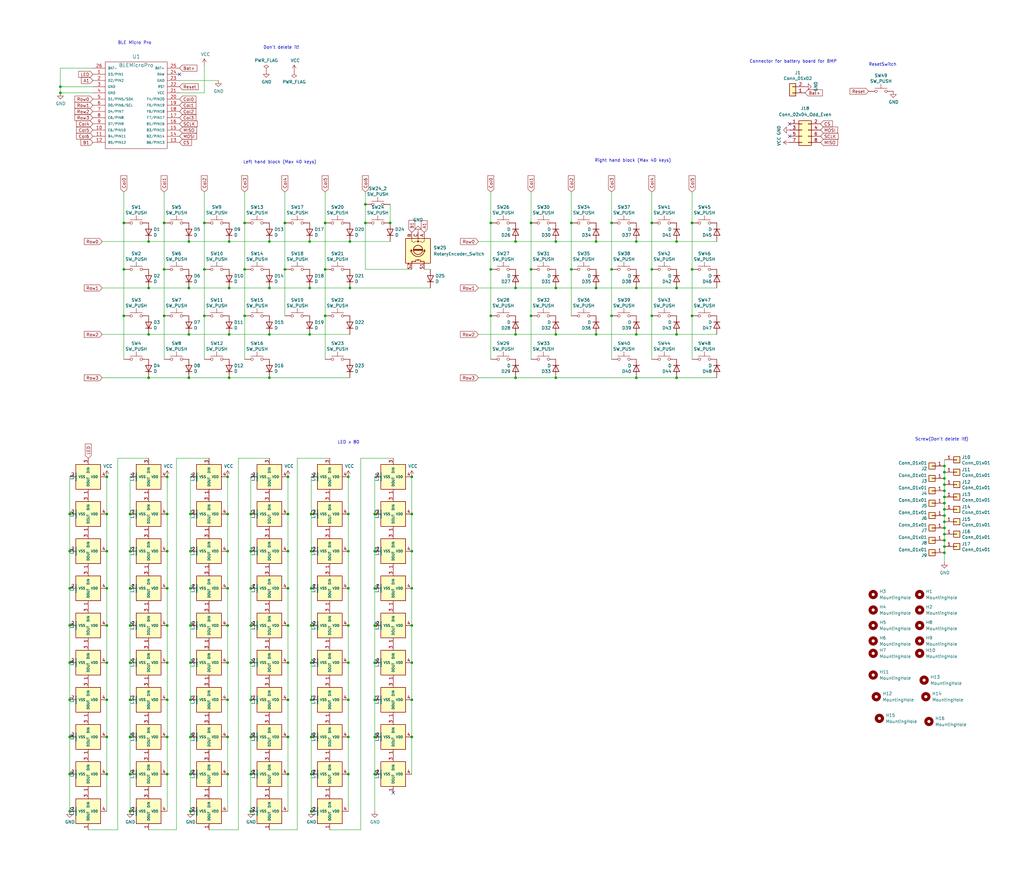
<source format=kicad_sch>
(kicad_sch (version 20211123) (generator eeschema)
  (paper "User" 419.989 360.045)
  (junction (at 127 99.06))
  (junction (at 153.67 287.02))
  (junction (at 43.815 241.3))
  (junction (at 387.35 203.835))
  (junction (at 127.635 302.26))
  (junction (at 68.58 256.54))
  (junction (at 102.87 317.5))
  (junction (at 168.91 256.54))
  (junction (at 387.35 196.215))
  (junction (at 78.105 210.82))
  (junction (at 93.345 226.06))
  (junction (at 127.635 332.74))
  (junction (at 277.495 118.11))
  (junction (at 387.35 191.135))
  (junction (at 43.815 287.02))
  (junction (at 116.84 110.49))
  (junction (at 142.875 226.06))
  (junction (at 260.985 137.16))
  (junction (at 133.35 110.49))
  (junction (at 168.91 226.06))
  (junction (at 28.575 256.54))
  (junction (at 277.495 137.16))
  (junction (at 283.845 129.54))
  (junction (at 127.635 317.5))
  (junction (at 116.84 91.44))
  (junction (at 68.58 317.5))
  (junction (at 201.295 110.49))
  (junction (at 28.575 302.26))
  (junction (at 142.875 195.58))
  (junction (at 67.31 110.49))
  (junction (at 387.35 208.915))
  (junction (at 53.34 287.02))
  (junction (at 110.49 137.16))
  (junction (at 387.35 221.615))
  (junction (at 68.58 210.82))
  (junction (at 227.965 118.11))
  (junction (at 78.105 271.78))
  (junction (at 127.635 210.82))
  (junction (at 93.345 302.26))
  (junction (at 118.11 210.82))
  (junction (at 28.575 332.74))
  (junction (at 67.31 91.44))
  (junction (at 118.11 226.06))
  (junction (at 28.575 271.78))
  (junction (at 387.35 198.755))
  (junction (at 78.105 256.54))
  (junction (at 118.11 302.26))
  (junction (at 77.47 118.11))
  (junction (at 93.345 256.54))
  (junction (at 43.815 317.5))
  (junction (at 110.49 154.94))
  (junction (at 53.34 317.5))
  (junction (at 260.985 154.94))
  (junction (at 142.875 256.54))
  (junction (at 149.86 83.82))
  (junction (at 387.35 213.995))
  (junction (at 102.87 226.06))
  (junction (at 78.105 287.02))
  (junction (at 83.82 129.54))
  (junction (at 153.67 241.3))
  (junction (at 93.345 241.3))
  (junction (at 217.805 110.49))
  (junction (at 227.965 137.16))
  (junction (at 127.635 287.02))
  (junction (at 93.345 287.02))
  (junction (at 234.315 91.44))
  (junction (at 100.33 110.49))
  (junction (at 93.98 137.16))
  (junction (at 102.87 256.54))
  (junction (at 143.51 118.11))
  (junction (at 153.67 210.82))
  (junction (at 250.825 91.44))
  (junction (at 68.58 271.78))
  (junction (at 118.11 195.58))
  (junction (at 50.8 110.49))
  (junction (at 133.35 91.44))
  (junction (at 60.96 137.16))
  (junction (at 127 137.16))
  (junction (at 153.67 271.78))
  (junction (at 250.825 129.54))
  (junction (at 127 118.11))
  (junction (at 211.455 137.16))
  (junction (at 118.11 241.3))
  (junction (at 387.35 226.695))
  (junction (at 250.825 110.49))
  (junction (at 53.34 302.26))
  (junction (at 24.765 35.56))
  (junction (at 277.495 99.06))
  (junction (at 127.635 226.06))
  (junction (at 260.985 118.11))
  (junction (at 68.58 241.3))
  (junction (at 93.345 271.78))
  (junction (at 102.87 302.26))
  (junction (at 78.105 302.26))
  (junction (at 201.295 129.54))
  (junction (at 102.87 287.02))
  (junction (at 93.98 99.06))
  (junction (at 53.34 210.82))
  (junction (at 68.58 302.26))
  (junction (at 267.335 129.54))
  (junction (at 168.91 210.82))
  (junction (at 43.815 256.54))
  (junction (at 168.91 271.78))
  (junction (at 127.635 271.78))
  (junction (at 28.575 226.06))
  (junction (at 142.875 210.82))
  (junction (at 227.965 99.06))
  (junction (at 43.815 195.58))
  (junction (at 142.875 241.3))
  (junction (at 77.47 154.94))
  (junction (at 283.845 110.49))
  (junction (at 83.82 91.44))
  (junction (at 387.35 211.455))
  (junction (at 201.295 91.44))
  (junction (at 24.765 38.1))
  (junction (at 93.345 210.82))
  (junction (at 28.575 241.3))
  (junction (at 102.87 241.3))
  (junction (at 127.635 256.54))
  (junction (at 50.8 129.54))
  (junction (at 78.105 317.5))
  (junction (at 387.35 219.075))
  (junction (at 142.875 302.26))
  (junction (at 60.96 118.11))
  (junction (at 118.11 287.02))
  (junction (at 43.815 226.06))
  (junction (at 142.875 317.5))
  (junction (at 100.33 129.54))
  (junction (at 387.35 206.375))
  (junction (at 234.315 110.49))
  (junction (at 78.105 241.3))
  (junction (at 244.475 99.06))
  (junction (at 110.49 99.06))
  (junction (at 153.67 256.54))
  (junction (at 387.35 216.535))
  (junction (at 227.965 154.94))
  (junction (at 102.87 332.74))
  (junction (at 260.985 99.06))
  (junction (at 168.91 195.58))
  (junction (at 127.635 241.3))
  (junction (at 68.58 195.58))
  (junction (at 78.105 332.74))
  (junction (at 168.91 287.02))
  (junction (at 149.86 91.44))
  (junction (at 93.98 118.11))
  (junction (at 60.96 154.94))
  (junction (at 67.31 129.54))
  (junction (at 60.96 99.06))
  (junction (at 211.455 99.06))
  (junction (at 43.815 271.78))
  (junction (at 244.475 118.11))
  (junction (at 102.87 271.78))
  (junction (at 118.11 317.5))
  (junction (at 110.49 118.11))
  (junction (at 93.98 154.94))
  (junction (at 283.845 91.44))
  (junction (at 153.67 226.06))
  (junction (at 133.35 129.54))
  (junction (at 53.34 256.54))
  (junction (at 77.47 137.16))
  (junction (at 277.495 154.94))
  (junction (at 142.875 287.02))
  (junction (at 28.575 287.02))
  (junction (at 153.67 302.26))
  (junction (at 153.67 317.5))
  (junction (at 77.47 99.06))
  (junction (at 387.35 201.295))
  (junction (at 118.11 256.54))
  (junction (at 78.105 226.06))
  (junction (at 168.91 241.3))
  (junction (at 28.575 317.5))
  (junction (at 143.51 99.06))
  (junction (at 28.575 210.82))
  (junction (at 118.11 271.78))
  (junction (at 102.87 210.82))
  (junction (at 68.58 287.02))
  (junction (at 160.02 91.44))
  (junction (at 217.805 91.44))
  (junction (at 50.8 91.44))
  (junction (at 211.455 154.94))
  (junction (at 43.815 302.26))
  (junction (at 387.35 224.155))
  (junction (at 142.875 271.78))
  (junction (at 83.82 110.49))
  (junction (at 93.345 195.58))
  (junction (at 43.815 210.82))
  (junction (at 93.345 317.5))
  (junction (at 217.805 129.54))
  (junction (at 244.475 137.16))
  (junction (at 53.34 241.3))
  (junction (at 68.58 226.06))
  (junction (at 211.455 118.11))
  (junction (at 53.34 226.06))
  (junction (at 168.91 302.26))
  (junction (at 267.335 91.44))
  (junction (at 100.33 91.44))
  (junction (at 53.34 332.74))
  (junction (at 53.34 271.78))
  (junction (at 267.335 110.49))
  (junction (at 387.35 193.675))
  (no_connect (at 323.85 50.8))
  (no_connect (at 323.85 55.88))
  (no_connect (at 161.29 325.12))
  (no_connect (at 73.66 30.48))
  (wire (pts (xy 43.815 271.78) (xy 43.815 287.02)))
  (wire (pts (xy 387.35 196.215) (xy 387.35 198.755)))
  (wire (pts (xy 97.79 340.36) (xy 97.79 187.96)))
  (wire (pts (xy 60.96 137.16) (xy 77.47 137.16)))
  (wire (pts (xy 217.805 91.44) (xy 217.805 110.49)))
  (wire (pts (xy 78.105 195.58) (xy 78.105 210.82)))
  (wire (pts (xy 267.335 110.49) (xy 267.335 129.54)))
  (wire (pts (xy 93.345 210.82) (xy 93.345 226.06)))
  (wire (pts (xy 43.815 195.58) (xy 43.815 210.82)))
  (wire (pts (xy 142.875 256.54) (xy 142.875 271.78)))
  (wire (pts (xy 147.955 340.36) (xy 147.955 187.96)))
  (wire (pts (xy 149.86 110.49) (xy 168.91 110.49)))
  (wire (pts (xy 102.87 210.82) (xy 102.87 226.06)))
  (wire (pts (xy 28.575 256.54) (xy 28.575 271.78)))
  (wire (pts (xy 78.105 226.06) (xy 78.105 241.3)))
  (wire (pts (xy 168.91 271.78) (xy 168.91 287.02)))
  (wire (pts (xy 67.31 110.49) (xy 67.31 129.54)))
  (wire (pts (xy 78.105 271.78) (xy 78.105 287.02)))
  (wire (pts (xy 121.92 187.96) (xy 135.255 187.96)))
  (wire (pts (xy 142.875 195.58) (xy 142.875 210.82)))
  (wire (pts (xy 102.87 317.5) (xy 102.87 332.74)))
  (wire (pts (xy 93.345 302.26) (xy 93.345 317.5)))
  (wire (pts (xy 118.11 241.3) (xy 118.11 256.54)))
  (wire (pts (xy 121.92 340.36) (xy 121.92 187.96)))
  (wire (pts (xy 67.31 78.74) (xy 67.31 91.44)))
  (wire (pts (xy 24.765 35.56) (xy 24.765 38.1)))
  (wire (pts (xy 53.34 195.58) (xy 53.34 210.82)))
  (wire (pts (xy 153.67 256.54) (xy 153.67 271.78)))
  (wire (pts (xy 77.47 99.06) (xy 93.98 99.06)))
  (wire (pts (xy 78.105 210.82) (xy 78.105 226.06)))
  (wire (pts (xy 196.215 137.16) (xy 211.455 137.16)))
  (wire (pts (xy 250.825 78.74) (xy 250.825 91.44)))
  (wire (pts (xy 133.35 78.74) (xy 133.35 91.44)))
  (wire (pts (xy 227.965 99.06) (xy 244.475 99.06)))
  (wire (pts (xy 234.315 110.49) (xy 234.315 129.54)))
  (wire (pts (xy 43.815 256.54) (xy 43.815 271.78)))
  (wire (pts (xy 135.255 340.36) (xy 147.955 340.36)))
  (wire (pts (xy 53.34 226.06) (xy 53.34 241.3)))
  (wire (pts (xy 149.86 83.82) (xy 149.86 91.44)))
  (wire (pts (xy 68.58 317.5) (xy 68.58 332.74)))
  (wire (pts (xy 387.35 221.615) (xy 387.35 224.155)))
  (wire (pts (xy 127.635 241.3) (xy 127.635 256.54)))
  (wire (pts (xy 201.295 110.49) (xy 201.295 129.54)))
  (wire (pts (xy 267.335 129.54) (xy 267.335 147.32)))
  (wire (pts (xy 173.99 110.49) (xy 176.53 110.49)))
  (wire (pts (xy 142.875 210.82) (xy 142.875 226.06)))
  (wire (pts (xy 234.315 91.44) (xy 234.315 110.49)))
  (wire (pts (xy 50.8 78.74) (xy 50.8 91.44)))
  (wire (pts (xy 118.11 271.78) (xy 118.11 287.02)))
  (wire (pts (xy 387.35 201.295) (xy 387.35 203.835)))
  (wire (pts (xy 60.96 118.11) (xy 41.91 118.11)))
  (wire (pts (xy 38.1 27.94) (xy 24.765 27.94)))
  (wire (pts (xy 153.67 210.82) (xy 153.67 226.06)))
  (wire (pts (xy 78.105 241.3) (xy 78.105 256.54)))
  (wire (pts (xy 127.635 302.26) (xy 127.635 317.5)))
  (wire (pts (xy 387.35 191.135) (xy 387.35 193.675)))
  (wire (pts (xy 153.67 302.26) (xy 153.67 317.5)))
  (wire (pts (xy 53.34 210.82) (xy 53.34 226.06)))
  (wire (pts (xy 28.575 195.58) (xy 28.575 210.82)))
  (wire (pts (xy 53.34 241.3) (xy 53.34 256.54)))
  (wire (pts (xy 60.96 340.36) (xy 72.39 340.36)))
  (wire (pts (xy 72.39 187.96) (xy 85.725 187.96)))
  (wire (pts (xy 227.965 154.94) (xy 260.985 154.94)))
  (wire (pts (xy 153.67 287.02) (xy 153.67 302.26)))
  (wire (pts (xy 53.34 302.26) (xy 53.34 317.5)))
  (wire (pts (xy 142.875 241.3) (xy 142.875 256.54)))
  (wire (pts (xy 68.58 195.58) (xy 68.58 210.82)))
  (wire (pts (xy 93.345 226.06) (xy 93.345 241.3)))
  (wire (pts (xy 43.815 210.82) (xy 43.815 226.06)))
  (wire (pts (xy 267.335 91.44) (xy 267.335 110.49)))
  (wire (pts (xy 97.79 187.96) (xy 110.49 187.96)))
  (wire (pts (xy 277.495 99.06) (xy 294.005 99.06)))
  (wire (pts (xy 93.345 195.58) (xy 93.345 210.82)))
  (wire (pts (xy 244.475 99.06) (xy 260.985 99.06)))
  (wire (pts (xy 160.02 83.82) (xy 160.02 91.44)))
  (wire (pts (xy 118.11 256.54) (xy 118.11 271.78)))
  (wire (pts (xy 250.825 91.44) (xy 250.825 110.49)))
  (wire (pts (xy 50.8 110.49) (xy 50.8 129.54)))
  (wire (pts (xy 217.805 129.54) (xy 217.805 147.32)))
  (wire (pts (xy 127.635 210.82) (xy 127.635 226.06)))
  (wire (pts (xy 244.475 118.11) (xy 260.985 118.11)))
  (wire (pts (xy 260.985 99.06) (xy 277.495 99.06)))
  (wire (pts (xy 260.985 137.16) (xy 277.495 137.16)))
  (wire (pts (xy 118.11 317.5) (xy 118.11 332.74)))
  (wire (pts (xy 127.635 226.06) (xy 127.635 241.3)))
  (wire (pts (xy 387.35 211.455) (xy 387.35 213.995)))
  (wire (pts (xy 93.345 256.54) (xy 93.345 271.78)))
  (wire (pts (xy 60.96 99.06) (xy 77.47 99.06)))
  (wire (pts (xy 142.875 302.26) (xy 142.875 317.5)))
  (wire (pts (xy 83.82 110.49) (xy 83.82 129.54)))
  (wire (pts (xy 48.26 340.36) (xy 48.26 187.96)))
  (wire (pts (xy 28.575 317.5) (xy 28.575 332.74)))
  (wire (pts (xy 153.67 271.78) (xy 153.67 287.02)))
  (wire (pts (xy 53.34 271.78) (xy 53.34 287.02)))
  (wire (pts (xy 168.91 210.82) (xy 168.91 226.06)))
  (wire (pts (xy 227.965 137.16) (xy 244.475 137.16)))
  (wire (pts (xy 102.87 271.78) (xy 102.87 287.02)))
  (wire (pts (xy 36.195 340.36) (xy 48.26 340.36)))
  (wire (pts (xy 127.635 317.5) (xy 127.635 332.74)))
  (wire (pts (xy 142.875 287.02) (xy 142.875 302.26)))
  (wire (pts (xy 168.91 302.26) (xy 168.91 317.5)))
  (wire (pts (xy 93.98 99.06) (xy 110.49 99.06)))
  (wire (pts (xy 267.335 78.74) (xy 267.335 91.44)))
  (wire (pts (xy 387.35 219.075) (xy 387.35 221.615)))
  (wire (pts (xy 60.96 154.94) (xy 77.47 154.94)))
  (wire (pts (xy 118.11 287.02) (xy 118.11 302.26)))
  (wire (pts (xy 127.635 256.54) (xy 127.635 271.78)))
  (wire (pts (xy 85.725 340.36) (xy 97.79 340.36)))
  (wire (pts (xy 227.965 118.11) (xy 244.475 118.11)))
  (wire (pts (xy 127 118.11) (xy 143.51 118.11)))
  (wire (pts (xy 100.33 91.44) (xy 100.33 110.49)))
  (wire (pts (xy 387.35 206.375) (xy 387.35 208.915)))
  (wire (pts (xy 110.49 154.94) (xy 143.51 154.94)))
  (wire (pts (xy 100.33 129.54) (xy 100.33 147.32)))
  (wire (pts (xy 53.34 256.54) (xy 53.34 271.78)))
  (wire (pts (xy 102.87 302.26) (xy 102.87 317.5)))
  (wire (pts (xy 116.84 110.49) (xy 116.84 129.54)))
  (wire (pts (xy 196.215 118.11) (xy 211.455 118.11)))
  (wire (pts (xy 387.35 208.915) (xy 387.35 211.455)))
  (wire (pts (xy 217.805 110.49) (xy 217.805 129.54)))
  (wire (pts (xy 50.8 91.44) (xy 50.8 110.49)))
  (wire (pts (xy 133.35 129.54) (xy 133.35 147.32)))
  (wire (pts (xy 67.31 91.44) (xy 67.31 110.49)))
  (wire (pts (xy 110.49 118.11) (xy 127 118.11)))
  (wire (pts (xy 73.66 38.1) (xy 83.82 38.1)))
  (wire (pts (xy 196.215 154.94) (xy 211.455 154.94)))
  (wire (pts (xy 50.8 129.54) (xy 50.8 147.32)))
  (wire (pts (xy 168.91 226.06) (xy 168.91 241.3)))
  (wire (pts (xy 168.91 256.54) (xy 168.91 271.78)))
  (wire (pts (xy 28.575 271.78) (xy 28.575 287.02)))
  (wire (pts (xy 78.105 302.26) (xy 78.105 317.5)))
  (wire (pts (xy 142.875 226.06) (xy 142.875 241.3)))
  (wire (pts (xy 38.1 38.1) (xy 24.765 38.1)))
  (wire (pts (xy 127.635 195.58) (xy 127.635 210.82)))
  (wire (pts (xy 93.345 287.02) (xy 93.345 302.26)))
  (wire (pts (xy 153.67 195.58) (xy 153.67 210.82)))
  (wire (pts (xy 387.35 188.595) (xy 387.35 191.135)))
  (wire (pts (xy 110.49 137.16) (xy 127 137.16)))
  (wire (pts (xy 277.495 137.16) (xy 294.005 137.16)))
  (wire (pts (xy 77.47 154.94) (xy 93.98 154.94)))
  (wire (pts (xy 53.34 287.02) (xy 53.34 302.26)))
  (wire (pts (xy 83.82 129.54) (xy 83.82 147.32)))
  (wire (pts (xy 201.295 129.54) (xy 201.295 147.32)))
  (wire (pts (xy 143.51 99.06) (xy 160.02 99.06)))
  (wire (pts (xy 60.96 118.11) (xy 77.47 118.11)))
  (wire (pts (xy 67.31 129.54) (xy 67.31 147.32)))
  (wire (pts (xy 93.98 154.94) (xy 110.49 154.94)))
  (wire (pts (xy 201.295 91.44) (xy 201.295 110.49)))
  (wire (pts (xy 387.35 193.675) (xy 387.35 196.215)))
  (wire (pts (xy 28.575 241.3) (xy 28.575 256.54)))
  (wire (pts (xy 260.985 118.11) (xy 277.495 118.11)))
  (wire (pts (xy 217.805 78.74) (xy 217.805 91.44)))
  (wire (pts (xy 102.87 226.06) (xy 102.87 241.3)))
  (wire (pts (xy 28.575 226.06) (xy 28.575 241.3)))
  (wire (pts (xy 168.91 195.58) (xy 168.91 210.82)))
  (wire (pts (xy 142.875 271.78) (xy 142.875 287.02)))
  (wire (pts (xy 43.815 302.26) (xy 43.815 317.5)))
  (wire (pts (xy 133.35 110.49) (xy 133.35 129.54)))
  (wire (pts (xy 277.495 118.11) (xy 294.005 118.11)))
  (wire (pts (xy 48.26 187.96) (xy 60.96 187.96)))
  (wire (pts (xy 93.98 137.16) (xy 110.49 137.16)))
  (wire (pts (xy 147.955 187.96) (xy 161.29 187.96)))
  (wire (pts (xy 83.82 78.74) (xy 83.82 91.44)))
  (wire (pts (xy 118.11 210.82) (xy 118.11 226.06)))
  (wire (pts (xy 387.35 224.155) (xy 387.35 226.695)))
  (wire (pts (xy 78.105 256.54) (xy 78.105 271.78)))
  (wire (pts (xy 250.825 110.49) (xy 250.825 129.54)))
  (wire (pts (xy 53.34 317.5) (xy 53.34 332.74)))
  (wire (pts (xy 93.345 317.5) (xy 93.345 332.74)))
  (wire (pts (xy 387.35 226.695) (xy 387.35 230.505)))
  (wire (pts (xy 168.91 241.3) (xy 168.91 256.54)))
  (wire (pts (xy 196.215 99.06) (xy 211.455 99.06)))
  (wire (pts (xy 149.86 78.74) (xy 149.86 83.82)))
  (wire (pts (xy 102.87 195.58) (xy 102.87 210.82)))
  (wire (pts (xy 68.58 271.78) (xy 68.58 287.02)))
  (wire (pts (xy 102.87 241.3) (xy 102.87 256.54)))
  (wire (pts (xy 277.495 154.94) (xy 294.005 154.94)))
  (wire (pts (xy 127.635 271.78) (xy 127.635 287.02)))
  (wire (pts (xy 38.1 35.56) (xy 24.765 35.56)))
  (wire (pts (xy 102.87 287.02) (xy 102.87 302.26)))
  (wire (pts (xy 387.35 216.535) (xy 387.35 219.075)))
  (wire (pts (xy 60.96 99.06) (xy 41.91 99.06)))
  (wire (pts (xy 93.98 118.11) (xy 110.49 118.11)))
  (wire (pts (xy 68.58 226.06) (xy 68.58 241.3)))
  (wire (pts (xy 127 99.06) (xy 143.51 99.06)))
  (wire (pts (xy 60.96 137.16) (xy 41.91 137.16)))
  (wire (pts (xy 28.575 210.82) (xy 28.575 226.06)))
  (wire (pts (xy 28.575 302.26) (xy 28.575 317.5)))
  (wire (pts (xy 43.815 317.5) (xy 43.815 332.74)))
  (wire (pts (xy 24.765 27.94) (xy 24.765 35.56)))
  (wire (pts (xy 234.315 78.74) (xy 234.315 91.44)))
  (wire (pts (xy 60.96 154.94) (xy 41.91 154.94)))
  (wire (pts (xy 283.845 110.49) (xy 283.845 129.54)))
  (wire (pts (xy 283.845 129.54) (xy 283.845 147.32)))
  (wire (pts (xy 77.47 137.16) (xy 93.98 137.16)))
  (wire (pts (xy 89.535 33.02) (xy 73.66 33.02)))
  (wire (pts (xy 68.58 287.02) (xy 68.58 302.26)))
  (wire (pts (xy 93.345 271.78) (xy 93.345 287.02)))
  (wire (pts (xy 133.35 91.44) (xy 133.35 110.49)))
  (wire (pts (xy 168.91 287.02) (xy 168.91 302.26)))
  (wire (pts (xy 68.58 302.26) (xy 68.58 317.5)))
  (wire (pts (xy 83.82 38.1) (xy 83.82 26.67)))
  (wire (pts (xy 211.455 137.16) (xy 227.965 137.16)))
  (wire (pts (xy 142.875 317.5) (xy 142.875 332.74)))
  (wire (pts (xy 110.49 99.06) (xy 127 99.06)))
  (wire (pts (xy 118.11 302.26) (xy 118.11 317.5)))
  (wire (pts (xy 244.475 137.16) (xy 260.985 137.16)))
  (wire (pts (xy 43.815 226.06) (xy 43.815 241.3)))
  (wire (pts (xy 118.11 195.58) (xy 118.11 210.82)))
  (wire (pts (xy 387.35 198.755) (xy 387.35 201.295)))
  (wire (pts (xy 127.635 287.02) (xy 127.635 302.26)))
  (wire (pts (xy 211.455 99.06) (xy 227.965 99.06)))
  (wire (pts (xy 153.67 226.06) (xy 153.67 241.3)))
  (wire (pts (xy 260.985 154.94) (xy 277.495 154.94)))
  (wire (pts (xy 83.82 91.44) (xy 83.82 110.49)))
  (wire (pts (xy 100.33 78.74) (xy 100.33 91.44)))
  (wire (pts (xy 28.575 287.02) (xy 28.575 302.26)))
  (wire (pts (xy 77.47 118.11) (xy 93.98 118.11)))
  (wire (pts (xy 211.455 118.11) (xy 227.965 118.11)))
  (wire (pts (xy 201.295 78.74) (xy 201.295 91.44)))
  (wire (pts (xy 68.58 256.54) (xy 68.58 271.78)))
  (wire (pts (xy 116.84 78.74) (xy 116.84 91.44)))
  (wire (pts (xy 100.33 110.49) (xy 100.33 129.54)))
  (wire (pts (xy 78.105 317.5) (xy 78.105 332.74)))
  (wire (pts (xy 68.58 210.82) (xy 68.58 226.06)))
  (wire (pts (xy 72.39 340.36) (xy 72.39 187.96)))
  (wire (pts (xy 250.825 129.54) (xy 250.825 147.32)))
  (wire (pts (xy 127 137.16) (xy 143.51 137.16)))
  (wire (pts (xy 143.51 118.11) (xy 176.53 118.11)))
  (wire (pts (xy 116.84 91.44) (xy 116.84 110.49)))
  (wire (pts (xy 387.35 213.995) (xy 387.35 216.535)))
  (wire (pts (xy 110.49 340.36) (xy 121.92 340.36)))
  (wire (pts (xy 68.58 241.3) (xy 68.58 256.54)))
  (wire (pts (xy 387.35 203.835) (xy 387.35 206.375)))
  (wire (pts (xy 211.455 154.94) (xy 227.965 154.94)))
  (wire (pts (xy 93.345 241.3) (xy 93.345 256.54)))
  (wire (pts (xy 43.815 287.02) (xy 43.815 302.26)))
  (wire (pts (xy 153.67 241.3) (xy 153.67 256.54)))
  (wire (pts (xy 283.845 78.74) (xy 283.845 91.44)))
  (wire (pts (xy 118.11 226.06) (xy 118.11 241.3)))
  (wire (pts (xy 43.815 241.3) (xy 43.815 256.54)))
  (wire (pts (xy 102.87 256.54) (xy 102.87 271.78)))
  (wire (pts (xy 149.86 91.44) (xy 149.86 110.49)))
  (wire (pts (xy 283.845 91.44) (xy 283.845 110.49)))
  (wire (pts (xy 153.67 317.5) (xy 153.67 332.74)))
  (wire (pts (xy 78.105 287.02) (xy 78.105 302.26)))
  (text "BLE Micro Pro" (at 48.26 18.415 0) (effects (font (size 1.27 1.27)) (justify left bottom)))
  (text "Right hand block (Max 40 keys)" (at 243.84 66.675 0) (effects (font (size 1.27 1.27)) (justify left bottom)))
  (text "Don't delete it!" (at 107.95 20.32 0) (effects (font (size 1.27 1.27)) (justify left bottom)))
  (text "Screw(Don't delete it!)" (at 375.285 180.975 0) (effects (font (size 1.27 1.27)) (justify left bottom)))
  (text "LED x 80" (at 138.43 182.245 0) (effects (font (size 1.27 1.27)) (justify left bottom)))
  (text "Left hand block (Max 40 keys)" (at 99.695 67.31 0) (effects (font (size 1.27 1.27)) (justify left bottom)))
  (text "Connector for battery board for BMP" (at 307.34 26.035 0) (effects (font (size 1.27 1.27)) (justify left bottom)))
  (text "ResetSwitch" (at 356.235 27.305 0) (effects (font (size 1.27 1.27)) (justify left bottom)))
  (global_label "Row0" (shape input) (at 196.215 99.06 180) (property "シート間のリファレンス" "${INTERSHEET_REFS}" (effects hide)))
  (global_label "MOSI" (shape input) (at 336.55 53.34 0) (property "シート間のリファレンス" "${INTERSHEET_REFS}" (effects hide)))
  (global_label "Col1" (shape input) (at 217.805 78.74 90) (property "シート間のリファレンス" "${INTERSHEET_REFS}" (effects hide)))
  (global_label "Reset" (shape input) (at 73.66 35.56 0) (property "シート間のリファレンス" "${INTERSHEET_REFS}" (effects hide)))
  (global_label "Row0" (shape input) (at 41.91 99.06 180) (property "シート間のリファレンス" "${INTERSHEET_REFS}" (effects hide)))
  (global_label "Row0" (shape input) (at 38.1 40.64 180) (property "シート間のリファレンス" "${INTERSHEET_REFS}" (effects hide)))
  (global_label "Col5" (shape input) (at 38.1 53.34 180) (property "シート間のリファレンス" "${INTERSHEET_REFS}" (effects hide)))
  (global_label "Col4" (shape input) (at 38.1 50.8 180) (property "シート間のリファレンス" "${INTERSHEET_REFS}" (effects hide)))
  (global_label "Row3" (shape input) (at 38.1 48.26 180) (property "シート間のリファレンス" "${INTERSHEET_REFS}" (effects hide)))
  (global_label "Col2" (shape input) (at 73.66 45.72 0) (property "シート間のリファレンス" "${INTERSHEET_REFS}" (effects hide)))
  (global_label "Row2" (shape input) (at 41.91 137.16 180) (property "シート間のリファレンス" "${INTERSHEET_REFS}" (effects hide)))
  (global_label "Bat+" (shape input) (at 330.2 38.1 0) (property "シート間のリファレンス" "${INTERSHEET_REFS}" (effects hide)))
  (global_label "Row3" (shape input) (at 196.215 154.94 180) (property "シート間のリファレンス" "${INTERSHEET_REFS}" (effects hide)))
  (global_label "MOSI" (shape input) (at 73.66 55.88 0) (property "シート間のリファレンス" "${INTERSHEET_REFS}" (effects hide)))
  (global_label "Row1" (shape input) (at 196.215 118.11 180) (property "シート間のリファレンス" "${INTERSHEET_REFS}" (effects hide)))
  (global_label "Col4" (shape input) (at 116.84 78.74 90) (property "シート間のリファレンス" "${INTERSHEET_REFS}" (effects hide)))
  (global_label "Col5" (shape input) (at 133.35 78.74 90) (property "シート間のリファレンス" "${INTERSHEET_REFS}" (effects hide)))
  (global_label "Reset" (shape input) (at 356.235 37.465 180) (property "シート間のリファレンス" "${INTERSHEET_REFS}" (effects hide)))
  (global_label "Bat+" (shape input) (at 73.66 27.94 0) (property "シート間のリファレンス" "${INTERSHEET_REFS}" (effects hide)))
  (global_label "Row1" (shape input) (at 41.91 118.11 180) (property "シート間のリファレンス" "${INTERSHEET_REFS}" (effects hide)))
  (global_label "B1" (shape input) (at 168.91 95.25 90) (property "シート間のリファレンス" "${INTERSHEET_REFS}" (effects hide)))
  (global_label "LED" (shape input) (at 38.1 30.48 180) (property "シート間のリファレンス" "${INTERSHEET_REFS}" (effects hide)))
  (global_label "Col6" (shape input) (at 38.1 55.88 180) (property "シート間のリファレンス" "${INTERSHEET_REFS}" (effects hide)))
  (global_label "A1" (shape input) (at 38.1 33.02 180) (property "シート間のリファレンス" "${INTERSHEET_REFS}" (effects hide)))
  (global_label "MISO" (shape input) (at 336.55 58.42 0) (property "シート間のリファレンス" "${INTERSHEET_REFS}" (effects hide)))
  (global_label "Col3" (shape input) (at 250.825 78.74 90) (property "シート間のリファレンス" "${INTERSHEET_REFS}" (effects hide)))
  (global_label "Col0" (shape input) (at 201.295 78.74 90) (property "シート間のリファレンス" "${INTERSHEET_REFS}" (effects hide)))
  (global_label "Row2" (shape input) (at 38.1 45.72 180) (property "シート間のリファレンス" "${INTERSHEET_REFS}" (effects hide)))
  (global_label "Col0" (shape input) (at 73.66 40.64 0) (property "シート間のリファレンス" "${INTERSHEET_REFS}" (effects hide)))
  (global_label "SCLK" (shape input) (at 73.66 50.8 0) (property "シート間のリファレンス" "${INTERSHEET_REFS}" (effects hide)))
  (global_label "SCLK" (shape input) (at 336.55 55.88 0) (property "シート間のリファレンス" "${INTERSHEET_REFS}" (effects hide)))
  (global_label "Col5" (shape input) (at 283.845 78.74 90) (property "シート間のリファレンス" "${INTERSHEET_REFS}" (effects hide)))
  (global_label "CS" (shape input) (at 336.55 50.8 0) (property "シート間のリファレンス" "${INTERSHEET_REFS}" (effects hide)))
  (global_label "Col2" (shape input) (at 234.315 78.74 90) (property "シート間のリファレンス" "${INTERSHEET_REFS}" (effects hide)))
  (global_label "Col3" (shape input) (at 100.33 78.74 90) (property "シート間のリファレンス" "${INTERSHEET_REFS}" (effects hide)))
  (global_label "Row3" (shape input) (at 41.91 154.94 180) (property "シート間のリファレンス" "${INTERSHEET_REFS}" (effects hide)))
  (global_label "Col3" (shape input) (at 73.66 48.26 0) (property "シート間のリファレンス" "${INTERSHEET_REFS}" (effects hide)))
  (global_label "Col0" (shape input) (at 50.8 78.74 90) (property "シート間のリファレンス" "${INTERSHEET_REFS}" (effects hide)))
  (global_label "MISO" (shape input) (at 73.66 53.34 0) (property "シート間のリファレンス" "${INTERSHEET_REFS}" (effects hide)))
  (global_label "A1" (shape input) (at 173.99 95.25 90) (property "シート間のリファレンス" "${INTERSHEET_REFS}" (effects hide)))
  (global_label "Col1" (shape input) (at 67.31 78.74 90) (property "シート間のリファレンス" "${INTERSHEET_REFS}" (effects hide)))
  (global_label "LED" (shape input) (at 36.195 187.96 90) (property "シート間のリファレンス" "${INTERSHEET_REFS}" (effects hide)))
  (global_label "Row2" (shape input) (at 196.215 137.16 180) (property "シート間のリファレンス" "${INTERSHEET_REFS}" (effects hide)))
  (global_label "Col1" (shape input) (at 73.66 43.18 0) (property "シート間のリファレンス" "${INTERSHEET_REFS}" (effects hide)))
  (global_label "Col4" (shape input) (at 267.335 78.74 90) (property "シート間のリファレンス" "${INTERSHEET_REFS}" (effects hide)))
  (global_label "CS" (shape input) (at 73.66 58.42 0) (property "シート間のリファレンス" "${INTERSHEET_REFS}" (effects hide)))
  (global_label "Col2" (shape input) (at 83.82 78.74 90) (property "シート間のリファレンス" "${INTERSHEET_REFS}" (effects hide)))
  (global_label "Col6" (shape input) (at 149.86 78.74 90) (property "シート間のリファレンス" "${INTERSHEET_REFS}" (effects hide)))
  (global_label "Row1" (shape input) (at 38.1 43.18 180) (property "シート間のリファレンス" "${INTERSHEET_REFS}" (effects hide)))
  (global_label "B1" (shape input) (at 38.1 58.42 180) (property "シート間のリファレンス" "${INTERSHEET_REFS}" (effects hide)))
  (symbol (lib_id "power:PWR_FLAG") (at 109.22 29.21 0) (unit 1)
    (property "Reference" "#FLG01" (effects hide))
    (property "Value" "PWR_FLAG" (at 109.22 24.7904 0))
  )
  (symbol (lib_id "power:PWR_FLAG") (at 120.65 29.21 180) (unit 1)
    (property "Reference" "#FLG02" (effects hide))
    (property "Value" "PWR_FLAG" (at 120.65 33.6042 0))
  )
  (symbol (lib_id "power:GND") (at 109.22 29.21 0) (unit 1)
    (property "Reference" "#PWR010" (effects hide))
    (property "Value" "GND" (at 109.347 33.6042 0))
  )
  (symbol (lib_id "power:VCC") (at 120.65 29.21 0) (unit 1)
    (property "Reference" "#PWR012" (effects hide))
    (property "Value" "VCC" (at 121.0818 24.8158 0))
  )
  (symbol (lib_id "Salicylic_kbd:Micon_BLEMicroPro") (at 55.88 49.53 0) (unit 1)
    (property "Reference" "U1" (at 55.88 23.1902 0) (effects (font (size 1.524 1.524))))
    (property "Value" "BLEMicroPro" (at 55.88 25.8826 0) (effects (font (size 1.524 1.524)) (justify top)))
    (property "Footprint" "kbd_Parts:Micon_BMP_GL" (effects hide))
  )
  (symbol (lib_id "power:GND") (at 89.535 33.02 0) (unit 1)
    (property "Reference" "#PWR08" (effects hide))
    (property "Value" "GND" (at 89.662 37.4142 0))
  )
  (symbol (lib_id "power:VCC") (at 83.82 26.67 0) (unit 1)
    (property "Reference" "#PWR06" (effects hide))
    (property "Value" "VCC" (at 84.2518 22.2758 0))
  )
  (symbol (lib_id "power:GND") (at 24.765 38.1 0) (unit 1)
    (property "Reference" "#PWR01" (effects hide))
    (property "Value" "GND" (at 24.892 42.4942 0))
  )
  (symbol (lib_id "Switch:SW_Push") (at 72.39 91.44 0) (unit 1)
    (property "Reference" "SW5" (at 72.39 84.963 0))
    (property "Value" "SW_PUSH" (at 72.39 87.2744 0))
    (property "Footprint" "kbd_SW:CherryMX_Hotswap_1.0u" (effects hide))
  )
  (symbol (lib_id "Switch:SW_Push") (at 55.88 91.44 0) (unit 1)
    (property "Reference" "SW1" (at 55.88 84.963 0))
    (property "Value" "SW_PUSH" (at 55.88 87.2744 0))
    (property "Footprint" "kbd_SW:CherryMX_Hotswap_1.0u" (effects hide))
  )
  (symbol (lib_id "Switch:SW_Push") (at 55.88 110.49 0) (unit 1)
    (property "Reference" "SW2" (at 55.88 104.013 0))
    (property "Value" "SW_PUSH" (at 55.88 106.3244 0))
    (property "Footprint" "kbd_SW:CherryMX_Hotswap_1.25u" (effects hide))
  )
  (symbol (lib_id "Switch:SW_Push") (at 72.39 110.49 0) (unit 1)
    (property "Reference" "SW6" (at 72.39 104.013 0))
    (property "Value" "SW_PUSH" (at 72.39 106.3244 0))
    (property "Footprint" "kbd_SW:CherryMX_Hotswap_1.0u" (effects hide))
  )
  (symbol (lib_id "Device:D") (at 60.96 95.25 90) (unit 1)
    (property "Reference" "D1" (at 62.9666 94.0816 90) (effects (justify right)))
    (property "Value" "D" (at 62.9666 96.393 90) (effects (justify right)))
    (property "Footprint" "kbd_Parts:Diode_TH_SMD" (effects hide))
  )
  (symbol (lib_id "Device:D") (at 77.47 95.25 90) (unit 1)
    (property "Reference" "D5" (at 79.4766 94.0816 90) (effects (justify right)))
    (property "Value" "D" (at 79.4766 96.393 90) (effects (justify right)))
    (property "Footprint" "kbd_Parts:Diode_TH_SMD" (effects hide))
  )
  (symbol (lib_id "Device:D") (at 77.47 114.3 90) (unit 1)
    (property "Reference" "D6" (at 79.4766 113.1316 90) (effects (justify right)))
    (property "Value" "D" (at 79.4766 115.443 90) (effects (justify right)))
    (property "Footprint" "kbd_Parts:Diode_TH_SMD" (effects hide))
  )
  (symbol (lib_id "Device:D") (at 60.96 114.3 90) (unit 1)
    (property "Reference" "D2" (at 62.9666 113.1316 90) (effects (justify right)))
    (property "Value" "D" (at 62.9666 115.443 90) (effects (justify right)))
    (property "Footprint" "kbd_Parts:Diode_TH_SMD" (effects hide))
  )
  (symbol (lib_id "Switch:SW_Push") (at 361.315 37.465 0) (unit 1)
    (property "Reference" "SW49" (at 361.315 30.988 0))
    (property "Value" "SW_PUSH" (at 361.315 33.2994 0))
    (property "Footprint" "kbd_Parts:ResetSW" (effects hide))
  )
  (symbol (lib_id "power:GND") (at 366.395 37.465 0) (unit 1)
    (property "Reference" "#PWR024" (effects hide))
    (property "Value" "GND" (at 366.522 41.8592 0))
  )
  (symbol (lib_id "Switch:SW_Push") (at 105.41 91.44 0) (unit 1)
    (property "Reference" "SW13" (at 105.41 84.963 0))
    (property "Value" "SW_PUSH" (at 105.41 87.2744 0))
    (property "Footprint" "kbd_SW:CherryMX_Hotswap_1.0u" (effects hide))
  )
  (symbol (lib_id "Switch:SW_Push") (at 121.92 91.44 0) (unit 1)
    (property "Reference" "SW17" (at 121.92 84.963 0))
    (property "Value" "SW_PUSH" (at 121.92 87.2744 0))
    (property "Footprint" "kbd_SW:CherryMX_Hotswap_1.0u" (effects hide))
  )
  (symbol (lib_id "Switch:SW_Push") (at 138.43 91.44 0) (unit 1)
    (property "Reference" "SW20" (at 138.43 84.963 0))
    (property "Value" "SW_PUSH" (at 138.43 87.2744 0))
    (property "Footprint" "kbd_SW:CherryMX_Hotswap_1.0u" (effects hide))
  )
  (symbol (lib_id "Switch:SW_Push") (at 88.9 91.44 0) (unit 1)
    (property "Reference" "SW9" (at 88.9 84.963 0))
    (property "Value" "SW_PUSH" (at 88.9 87.2744 0))
    (property "Footprint" "kbd_SW:CherryMX_Hotswap_1.0u" (effects hide))
  )
  (symbol (lib_id "Switch:SW_Push") (at 105.41 129.54 0) (unit 1)
    (property "Reference" "SW15" (at 105.41 123.063 0))
    (property "Value" "SW_PUSH" (at 105.41 125.3744 0))
    (property "Footprint" "kbd_SW:CherryMX_Hotswap_1.0u" (effects hide))
  )
  (symbol (lib_id "Switch:SW_Push") (at 105.41 110.49 0) (unit 1)
    (property "Reference" "SW14" (at 105.41 104.013 0))
    (property "Value" "SW_PUSH" (at 105.41 106.3244 0))
    (property "Footprint" "kbd_SW:CherryMX_Hotswap_1.0u" (effects hide))
  )
  (symbol (lib_id "Switch:SW_Push") (at 121.92 110.49 0) (unit 1)
    (property "Reference" "SW18" (at 121.92 104.013 0))
    (property "Value" "SW_PUSH" (at 121.92 106.3244 0))
    (property "Footprint" "kbd_SW:CherryMX_Hotswap_1.0u" (effects hide))
  )
  (symbol (lib_id "Switch:SW_Push") (at 138.43 110.49 0) (unit 1)
    (property "Reference" "SW21" (at 138.43 104.013 0))
    (property "Value" "SW_PUSH" (at 138.43 106.3244 0))
    (property "Footprint" "kbd_SW:CherryMX_Hotswap_1.0u" (effects hide))
  )
  (symbol (lib_id "Switch:SW_Push") (at 88.9 110.49 0) (unit 1)
    (property "Reference" "SW10" (at 88.9 104.013 0))
    (property "Value" "SW_PUSH" (at 88.9 106.3244 0))
    (property "Footprint" "kbd_SW:CherryMX_Hotswap_1.0u" (effects hide))
  )
  (symbol (lib_id "Switch:SW_Push") (at 55.88 129.54 0) (unit 1)
    (property "Reference" "SW3" (at 55.88 123.063 0))
    (property "Value" "SW_PUSH" (at 55.88 125.3744 0))
    (property "Footprint" "kbd_SW:CherryMX_Hotswap_1.75u" (effects hide))
  )
  (symbol (lib_id "Switch:SW_Push") (at 55.88 147.32 0) (unit 1)
    (property "Reference" "SW4" (at 55.88 140.843 0))
    (property "Value" "SW_PUSH" (at 55.88 143.1544 0))
    (property "Footprint" "kbd_SW:CherryMX_Hotswap_1.0u" (effects hide))
  )
  (symbol (lib_id "Switch:SW_Push") (at 72.39 129.54 0) (unit 1)
    (property "Reference" "SW7" (at 72.39 123.063 0))
    (property "Value" "SW_PUSH" (at 72.39 125.3744 0))
    (property "Footprint" "kbd_SW:CherryMX_Hotswap_1.0u" (effects hide))
  )
  (symbol (lib_id "Switch:SW_Push") (at 72.39 147.32 0) (unit 1)
    (property "Reference" "SW8" (at 72.39 140.843 0))
    (property "Value" "SW_PUSH" (at 72.39 143.1544 0))
    (property "Footprint" "kbd_SW:CherryMX_Hotswap_1.0u" (effects hide))
  )
  (symbol (lib_id "Switch:SW_Push") (at 88.9 129.54 0) (unit 1)
    (property "Reference" "SW11" (at 88.9 123.063 0))
    (property "Value" "SW_PUSH" (at 88.9 125.3744 0))
    (property "Footprint" "kbd_SW:CherryMX_Hotswap_1.0u" (effects hide))
  )
  (symbol (lib_id "Switch:SW_Push") (at 105.41 147.32 0) (unit 1)
    (property "Reference" "SW16" (at 105.41 140.843 0))
    (property "Value" "SW_PUSH" (at 105.41 143.1544 0))
    (property "Footprint" "kbd_SW:CherryMX_Hotswap_2u" (effects hide))
  )
  (symbol (lib_id "Switch:SW_Push") (at 138.43 147.32 0) (unit 1)
    (property "Reference" "SW23" (at 138.43 140.843 0))
    (property "Value" "SW_PUSH" (at 138.43 143.1544 0))
    (property "Footprint" "kbd_SW:CherryMX_Hotswap_1.0u" (effects hide))
  )
  (symbol (lib_id "Switch:SW_Push") (at 121.92 129.54 0) (unit 1)
    (property "Reference" "SW19" (at 121.92 123.063 0))
    (property "Value" "SW_PUSH" (at 121.92 125.3744 0))
    (property "Footprint" "kbd_SW:CherryMX_Hotswap_1.0u" (effects hide))
  )
  (symbol (lib_id "Switch:SW_Push") (at 138.43 129.54 0) (unit 1)
    (property "Reference" "SW22" (at 138.43 123.063 0))
    (property "Value" "SW_PUSH" (at 138.43 125.3744 0))
    (property "Footprint" "kbd_SW:CherryMX_Hotswap_1.0u" (effects hide))
  )
  (symbol (lib_id "Device:D") (at 93.98 95.25 90) (unit 1)
    (property "Reference" "D9" (at 95.9866 94.0816 90) (effects (justify right)))
    (property "Value" "D" (at 95.9866 96.393 90) (effects (justify right)))
    (property "Footprint" "kbd_Parts:Diode_TH_SMD" (effects hide))
  )
  (symbol (lib_id "Device:D") (at 110.49 95.25 90) (unit 1)
    (property "Reference" "D13" (at 112.4966 94.0816 90) (effects (justify right)))
    (property "Value" "D" (at 112.4966 96.393 90) (effects (justify right)))
    (property "Footprint" "kbd_Parts:Diode_TH_SMD" (effects hide))
  )
  (symbol (lib_id "Device:D") (at 127 95.25 90) (unit 1)
    (property "Reference" "D17" (at 129.0066 94.0816 90) (effects (justify right)))
    (property "Value" "D" (at 129.0066 96.393 90) (effects (justify right)))
    (property "Footprint" "kbd_Parts:Diode_TH_SMD" (effects hide))
  )
  (symbol (lib_id "Device:D") (at 143.51 95.25 90) (unit 1)
    (property "Reference" "D20" (at 145.5166 94.0816 90) (effects (justify right)))
    (property "Value" "D" (at 145.5166 96.393 90) (effects (justify right)))
    (property "Footprint" "kbd_Parts:Diode_TH_SMD" (effects hide))
  )
  (symbol (lib_id "Device:D") (at 143.51 114.3 90) (unit 1)
    (property "Reference" "D21" (at 145.5166 113.1316 90) (effects (justify right)))
    (property "Value" "D" (at 145.5166 115.443 90) (effects (justify right)))
    (property "Footprint" "kbd_Parts:Diode_TH_SMD" (effects hide))
  )
  (symbol (lib_id "Device:D") (at 143.51 133.35 90) (unit 1)
    (property "Reference" "D22" (at 145.5166 132.1816 90) (effects (justify right)))
    (property "Value" "D" (at 145.5166 134.493 90) (effects (justify right)))
    (property "Footprint" "kbd_Parts:Diode_TH_SMD" (effects hide))
  )
  (symbol (lib_id "Device:D") (at 143.51 151.13 90) (unit 1)
    (property "Reference" "D23" (at 145.5166 149.9616 90) (effects (justify right)))
    (property "Value" "D" (at 145.5166 152.273 90) (effects (justify right)))
    (property "Footprint" "kbd_Parts:Diode_TH_SMD" (effects hide))
  )
  (symbol (lib_id "Device:D") (at 127 133.35 90) (unit 1)
    (property "Reference" "D19" (at 129.0066 132.1816 90) (effects (justify right)))
    (property "Value" "D" (at 129.0066 134.493 90) (effects (justify right)))
    (property "Footprint" "kbd_Parts:Diode_TH_SMD" (effects hide))
  )
  (symbol (lib_id "Device:D") (at 127 114.3 90) (unit 1)
    (property "Reference" "D18" (at 129.0066 113.1316 90) (effects (justify right)))
    (property "Value" "D" (at 129.0066 115.443 90) (effects (justify right)))
    (property "Footprint" "kbd_Parts:Diode_TH_SMD" (effects hide))
  )
  (symbol (lib_id "Device:D") (at 110.49 114.3 90) (unit 1)
    (property "Reference" "D14" (at 112.4966 113.1316 90) (effects (justify right)))
    (property "Value" "D" (at 112.4966 115.443 90) (effects (justify right)))
    (property "Footprint" "kbd_Parts:Diode_TH_SMD" (effects hide))
  )
  (symbol (lib_id "Device:D") (at 93.98 114.3 90) (unit 1)
    (property "Reference" "D10" (at 95.9866 113.1316 90) (effects (justify right)))
    (property "Value" "D" (at 95.9866 115.443 90) (effects (justify right)))
    (property "Footprint" "kbd_Parts:Diode_TH_SMD" (effects hide))
  )
  (symbol (lib_id "Device:D") (at 93.98 133.35 90) (unit 1)
    (property "Reference" "D11" (at 95.9866 132.1816 90) (effects (justify right)))
    (property "Value" "D" (at 95.9866 134.493 90) (effects (justify right)))
    (property "Footprint" "kbd_Parts:Diode_TH_SMD" (effects hide))
  )
  (symbol (lib_id "Device:D") (at 110.49 133.35 90) (unit 1)
    (property "Reference" "D15" (at 112.4966 132.1816 90) (effects (justify right)))
    (property "Value" "D" (at 112.4966 134.493 90) (effects (justify right)))
    (property "Footprint" "kbd_Parts:Diode_TH_SMD" (effects hide))
  )
  (symbol (lib_id "Device:D") (at 110.49 151.13 90) (unit 1)
    (property "Reference" "D16" (at 112.4966 149.9616 90) (effects (justify right)))
    (property "Value" "D" (at 112.4966 152.273 90) (effects (justify right)))
    (property "Footprint" "kbd_Parts:Diode_TH_SMD" (effects hide))
  )
  (symbol (lib_id "Device:D") (at 77.47 151.13 90) (unit 1)
    (property "Reference" "D8" (at 79.4766 149.9616 90) (effects (justify right)))
    (property "Value" "D" (at 79.4766 152.273 90) (effects (justify right)))
    (property "Footprint" "kbd_Parts:Diode_TH_SMD" (effects hide))
  )
  (symbol (lib_id "Device:D") (at 77.47 133.35 90) (unit 1)
    (property "Reference" "D7" (at 79.4766 132.1816 90) (effects (justify right)))
    (property "Value" "D" (at 79.4766 134.493 90) (effects (justify right)))
    (property "Footprint" "kbd_Parts:Diode_TH_SMD" (effects hide))
  )
  (symbol (lib_id "Device:D") (at 60.96 133.35 90) (unit 1)
    (property "Reference" "D3" (at 62.9666 132.1816 90) (effects (justify right)))
    (property "Value" "D" (at 62.9666 134.493 90) (effects (justify right)))
    (property "Footprint" "kbd_Parts:Diode_TH_SMD" (effects hide))
  )
  (symbol (lib_id "Device:D") (at 60.96 151.13 90) (unit 1)
    (property "Reference" "D4" (at 62.9666 149.9616 90) (effects (justify right)))
    (property "Value" "D" (at 62.9666 152.273 90) (effects (justify right)))
    (property "Footprint" "kbd_Parts:Diode_TH_SMD" (effects hide))
  )
  (symbol (lib_id "Salicylic_kbd:LED_SK6812MINI-E") (at 36.195 195.58 270) (unit 1)
    (property "Reference" "L1" (at 29.5402 195.58 0) (effects (font (size 1.2954 1.2954))))
    (property "Value" "SK6812MINI" (at 31.1912 195.58 0) (effects (font (size 0.4064 0.4064))))
    (property "Footprint" "kbd_Parts:LED_SK6812MINI-E_BL" (effects hide))
  )
  (symbol (lib_id "Salicylic_kbd:LED_SK6812MINI-E") (at 36.195 210.82 270) (unit 1)
    (property "Reference" "L2" (at 29.5402 210.82 0) (effects (font (size 1.2954 1.2954))))
    (property "Value" "SK6812MINI" (at 31.1912 210.82 0) (effects (font (size 0.4064 0.4064))))
    (property "Footprint" "kbd_Parts:LED_SK6812MINI-E_BL" (effects hide))
  )
  (symbol (lib_id "power:VCC") (at 43.815 195.58 0) (unit 1)
    (property "Reference" "#PWR03" (effects hide))
    (property "Value" "VCC" (at 44.2468 191.1858 0))
  )
  (symbol (lib_id "power:GND") (at 28.575 332.74 0) (unit 1)
    (property "Reference" "#PWR02" (effects hide))
    (property "Value" "GND" (at 28.702 337.1342 0))
  )
  (symbol (lib_id "power:GND") (at 330.2 35.56 90) (unit 1)
    (property "Reference" "#PWR023" (effects hide))
    (property "Value" "GND" (at 334.5942 35.433 0))
  )
  (symbol (lib_id "Salicylic_kbd:LED_SK6812MINI-E") (at 36.195 226.06 270) (unit 1)
    (property "Reference" "L3" (at 29.5402 226.06 0) (effects (font (size 1.2954 1.2954))))
    (property "Value" "SK6812MINI" (at 31.1912 226.06 0) (effects (font (size 0.4064 0.4064))))
    (property "Footprint" "kbd_Parts:LED_SK6812MINI-E_BL" (effects hide))
  )
  (symbol (lib_id "Salicylic_kbd:LED_SK6812MINI-E") (at 36.195 241.3 270) (unit 1)
    (property "Reference" "L4" (at 29.5402 241.3 0) (effects (font (size 1.2954 1.2954))))
    (property "Value" "SK6812MINI" (at 31.1912 241.3 0) (effects (font (size 0.4064 0.4064))))
    (property "Footprint" "kbd_Parts:LED_SK6812MINI-E_BL" (effects hide))
  )
  (symbol (lib_id "Salicylic_kbd:LED_SK6812MINI-E") (at 36.195 256.54 270) (unit 1)
    (property "Reference" "L5" (at 29.5402 256.54 0) (effects (font (size 1.2954 1.2954))))
    (property "Value" "SK6812MINI" (at 31.1912 256.54 0) (effects (font (size 0.4064 0.4064))))
    (property "Footprint" "kbd_Parts:LED_SK6812MINI-E_BL" (effects hide))
  )
  (symbol (lib_id "Salicylic_kbd:LED_SK6812MINI-E") (at 36.195 271.78 270) (unit 1)
    (property "Reference" "L6" (at 29.5402 271.78 0) (effects (font (size 1.2954 1.2954))))
    (property "Value" "SK6812MINI" (at 31.1912 271.78 0) (effects (font (size 0.4064 0.4064))))
    (property "Footprint" "kbd_Parts:LED_SK6812MINI-E_BL" (effects hide))
  )
  (symbol (lib_id "Connector_Generic:Conn_01x01") (at 392.43 208.915 0) (unit 1)
    (property "Reference" "J14" (at 394.462 207.8482 0) (effects (justify left)))
    (property "Value" "Conn_01x01" (at 394.462 210.1596 0) (effects (justify left)))
    (property "Footprint" "kbd_Hole:m2_Screw_Hole_Fab" (effects hide))
  )
  (symbol (lib_id "Connector_Generic:Conn_01x01") (at 382.27 211.455 180) (unit 1)
    (property "Reference" "J6" (at 380.238 212.5218 0) (effects (justify left)))
    (property "Value" "Conn_01x01" (at 380.238 210.2104 0) (effects (justify left)))
    (property "Footprint" "kbd_Hole:m2_Screw_Hole_EdgeCuts" (effects hide))
  )
  (symbol (lib_id "power:GND") (at 387.35 230.505 0) (unit 1)
    (property "Reference" "#PWR025" (effects hide))
    (property "Value" "GND" (at 387.477 234.8992 0))
  )
  (symbol (lib_id "Connector_Generic:Conn_01x01") (at 392.43 213.995 0) (unit 1)
    (property "Reference" "J15" (at 394.462 212.9282 0) (effects (justify left)))
    (property "Value" "Conn_01x01" (at 394.462 215.2396 0) (effects (justify left)))
    (property "Footprint" "kbd_Hole:m2_Screw_Hole_Fab" (effects hide))
  )
  (symbol (lib_id "Connector_Generic:Conn_01x01") (at 382.27 216.535 180) (unit 1)
    (property "Reference" "J7" (at 380.238 217.6018 0) (effects (justify left)))
    (property "Value" "Conn_01x01" (at 380.238 215.2904 0) (effects (justify left)))
    (property "Footprint" "kbd_Hole:m2_Screw_Hole_EdgeCuts" (effects hide))
  )
  (symbol (lib_id "Device:D") (at 93.98 151.13 90) (unit 1)
    (property "Reference" "D12" (at 95.9866 149.9616 90) (effects (justify right)))
    (property "Value" "D" (at 95.9866 152.273 90) (effects (justify right)))
    (property "Footprint" "kbd_Parts:Diode_TH_SMD" (effects hide))
  )
  (symbol (lib_id "Switch:SW_Push") (at 88.9 147.32 0) (unit 1)
    (property "Reference" "SW12" (at 88.9 140.843 0))
    (property "Value" "SW_PUSH" (at 88.9 143.1544 0))
    (property "Footprint" "kbd_SW:CherryMX_Hotswap_1.0u" (effects hide))
  )
  (symbol (lib_id "Salicylic_kbd:LED_SK6812MINI-E") (at 36.195 287.02 270) (unit 1)
    (property "Reference" "L7" (at 29.5402 287.02 0) (effects (font (size 1.2954 1.2954))))
    (property "Value" "SK6812MINI" (at 31.1912 287.02 0) (effects (font (size 0.4064 0.4064))))
    (property "Footprint" "kbd_Parts:LED_SK6812MINI-E_BL" (effects hide))
  )
  (symbol (lib_id "Salicylic_kbd:LED_SK6812MINI-E") (at 36.195 302.26 270) (unit 1)
    (property "Reference" "L8" (at 29.5402 302.26 0) (effects (font (size 1.2954 1.2954))))
    (property "Value" "SK6812MINI" (at 31.1912 302.26 0) (effects (font (size 0.4064 0.4064))))
    (property "Footprint" "kbd_Parts:LED_SK6812MINI-E_BL" (effects hide))
  )
  (symbol (lib_id "Salicylic_kbd:LED_SK6812MINI-E") (at 36.195 317.5 270) (unit 1)
    (property "Reference" "L9" (at 29.5402 317.5 0) (effects (font (size 1.2954 1.2954))))
    (property "Value" "SK6812MINI" (at 31.1912 317.5 0) (effects (font (size 0.4064 0.4064))))
    (property "Footprint" "kbd_Parts:LED_SK6812MINI-E_BL" (effects hide))
  )
  (symbol (lib_id "Salicylic_kbd:LED_SK6812MINI-E") (at 36.195 332.74 270) (unit 1)
    (property "Reference" "L10" (at 29.5402 332.74 0) (effects (font (size 1.2954 1.2954))))
    (property "Value" "SK6812MINI" (at 31.1912 332.74 0) (effects (font (size 0.4064 0.4064))))
    (property "Footprint" "kbd_Parts:LED_SK6812MINI-E_BL" (effects hide))
  )
  (symbol (lib_id "Connector_Generic:Conn_01x02") (at 325.12 38.1 180) (unit 1)
    (property "Reference" "J1" (at 327.2028 29.845 0))
    (property "Value" "Conn_01x02" (at 327.2028 32.1564 0))
    (property "Footprint" "kbd_Parts:Battery_XH2.5_GL_PCB" (effects hide))
  )
  (symbol (lib_id "Switch:SW_Push") (at 154.94 91.44 0) (unit 1)
    (property "Reference" "SW24" (at 154.94 84.963 0))
    (property "Value" "SW_PUSH" (at 154.94 87.2744 0))
    (property "Footprint" "kbd_SW:CherryMX_Hotswap_1.0u" (effects hide))
  )
  (symbol (lib_id "Device:D") (at 176.53 114.3 90) (unit 1)
    (property "Reference" "D25" (at 178.5366 113.1316 90) (effects (justify right)))
    (property "Value" "D" (at 178.5366 115.443 90) (effects (justify right)))
    (property "Footprint" "kbd_Parts:Diode_TH_SMD" (effects hide))
  )
  (symbol (lib_id "Device:D") (at 160.02 95.25 90) (unit 1)
    (property "Reference" "D24" (at 162.0266 94.0816 90) (effects (justify right)))
    (property "Value" "D" (at 162.0266 96.393 90) (effects (justify right)))
    (property "Footprint" "kbd_Parts:Diode_TH_SMD" (effects hide))
  )
  (symbol (lib_id "Device:D") (at 211.455 95.25 270) (unit 1)
    (property "Reference" "D26" (at 209.4484 96.4184 90) (effects (justify right)))
    (property "Value" "D" (at 209.4484 94.107 90) (effects (justify right)))
    (property "Footprint" "kbd_Parts:Diode_TH_SMD" (effects hide))
  )
  (symbol (lib_id "Device:D") (at 211.455 114.3 270) (unit 1)
    (property "Reference" "D27" (at 209.4484 115.4684 90) (effects (justify right)))
    (property "Value" "D" (at 209.4484 113.157 90) (effects (justify right)))
    (property "Footprint" "kbd_Parts:Diode_TH_SMD" (effects hide))
  )
  (symbol (lib_id "Device:D") (at 211.455 133.35 270) (unit 1)
    (property "Reference" "D28" (at 209.4484 134.5184 90) (effects (justify right)))
    (property "Value" "D" (at 209.4484 132.207 90) (effects (justify right)))
    (property "Footprint" "kbd_Parts:Diode_TH_SMD" (effects hide))
  )
  (symbol (lib_id "Device:D") (at 211.455 151.13 270) (unit 1)
    (property "Reference" "D29" (at 209.4484 152.2984 90) (effects (justify right)))
    (property "Value" "D" (at 209.4484 149.987 90) (effects (justify right)))
    (property "Footprint" "kbd_Parts:Diode_TH_SMD" (effects hide))
  )
  (symbol (lib_id "Switch:SW_Push") (at 206.375 147.32 0) (unit 1)
    (property "Reference" "SW29" (at 206.375 140.843 0))
    (property "Value" "SW_PUSH" (at 206.375 143.1544 0))
    (property "Footprint" "kbd_SW:CherryMX_Hotswap_1.0u" (effects hide))
  )
  (symbol (lib_id "Switch:SW_Push") (at 206.375 129.54 0) (unit 1)
    (property "Reference" "SW28" (at 206.375 123.063 0))
    (property "Value" "SW_PUSH" (at 206.375 125.3744 0))
    (property "Footprint" "kbd_SW:CherryMX_Hotswap_1.0u" (effects hide))
  )
  (symbol (lib_id "Switch:SW_Push") (at 206.375 110.49 0) (unit 1)
    (property "Reference" "SW27" (at 206.375 104.013 0))
    (property "Value" "SW_PUSH" (at 206.375 106.3244 0))
    (property "Footprint" "kbd_SW:CherryMX_Hotswap_1.0u" (effects hide))
  )
  (symbol (lib_id "Switch:SW_Push") (at 206.375 91.44 0) (unit 1)
    (property "Reference" "SW26" (at 206.375 84.963 0))
    (property "Value" "SW_PUSH" (at 206.375 87.2744 0))
    (property "Footprint" "kbd_SW:CherryMX_Hotswap_1.0u" (effects hide))
  )
  (symbol (lib_id "Switch:SW_Push") (at 239.395 91.44 0) (unit 1)
    (property "Reference" "SW34" (at 239.395 84.963 0))
    (property "Value" "SW_PUSH" (at 239.395 87.2744 0))
    (property "Footprint" "kbd_SW:CherryMX_Hotswap_1.0u" (effects hide))
  )
  (symbol (lib_id "Switch:SW_Push") (at 239.395 110.49 0) (unit 1)
    (property "Reference" "SW35" (at 239.395 104.013 0))
    (property "Value" "SW_PUSH" (at 239.395 106.3244 0))
    (property "Footprint" "kbd_SW:CherryMX_Hotswap_1.0u" (effects hide))
  )
  (symbol (lib_id "Switch:SW_Push") (at 239.395 129.54 0) (unit 1)
    (property "Reference" "SW36" (at 239.395 123.063 0))
    (property "Value" "SW_PUSH" (at 239.395 125.3744 0))
    (property "Footprint" "kbd_SW:CherryMX_Hotswap_1.0u" (effects hide))
  )
  (symbol (lib_id "Switch:SW_Push") (at 222.885 147.32 0) (unit 1)
    (property "Reference" "SW33" (at 222.885 140.843 0))
    (property "Value" "SW_PUSH" (at 222.885 143.1544 0))
    (property "Footprint" "kbd_SW:CherryMX_Hotswap_2u" (effects hide))
  )
  (symbol (lib_id "Switch:SW_Push") (at 222.885 129.54 0) (unit 1)
    (property "Reference" "SW32" (at 222.885 123.063 0))
    (property "Value" "SW_PUSH" (at 222.885 125.3744 0))
    (property "Footprint" "kbd_SW:CherryMX_Hotswap_1.0u" (effects hide))
  )
  (symbol (lib_id "Switch:SW_Push") (at 222.885 110.49 0) (unit 1)
    (property "Reference" "SW31" (at 222.885 104.013 0))
    (property "Value" "SW_PUSH" (at 222.885 106.3244 0))
    (property "Footprint" "kbd_SW:CherryMX_Hotswap_1.0u" (effects hide))
  )
  (symbol (lib_id "Switch:SW_Push") (at 222.885 91.44 0) (unit 1)
    (property "Reference" "SW30" (at 222.885 84.963 0))
    (property "Value" "SW_PUSH" (at 222.885 87.2744 0))
    (property "Footprint" "kbd_SW:CherryMX_Hotswap_1.0u" (effects hide))
  )
  (symbol (lib_id "Switch:SW_Push") (at 272.415 91.44 0) (unit 1)
    (property "Reference" "SW41" (at 272.415 84.963 0))
    (property "Value" "SW_PUSH" (at 272.415 87.2744 0))
    (property "Footprint" "kbd_SW:CherryMX_Hotswap_1.0u" (effects hide))
  )
  (symbol (lib_id "Switch:SW_Push") (at 272.415 110.49 0) (unit 1)
    (property "Reference" "SW42" (at 272.415 104.013 0))
    (property "Value" "SW_PUSH" (at 272.415 106.3244 0))
    (property "Footprint" "kbd_SW:CherryMX_Hotswap_1.0u" (effects hide))
  )
  (symbol (lib_id "Switch:SW_Push") (at 272.415 129.54 0) (unit 1)
    (property "Reference" "SW43" (at 272.415 123.063 0))
    (property "Value" "SW_PUSH" (at 272.415 125.3744 0))
    (property "Footprint" "kbd_SW:CherryMX_Hotswap_1.0u" (effects hide))
  )
  (symbol (lib_id "Switch:SW_Push") (at 272.415 147.32 0) (unit 1)
    (property "Reference" "SW44" (at 272.415 140.843 0))
    (property "Value" "SW_PUSH" (at 272.415 143.1544 0))
    (property "Footprint" "kbd_SW:CherryMX_Hotswap_1.0u" (effects hide))
  )
  (symbol (lib_id "Switch:SW_Push") (at 255.905 147.32 0) (unit 1)
    (property "Reference" "SW40" (at 255.905 140.843 0))
    (property "Value" "SW_PUSH" (at 255.905 143.1544 0))
    (property "Footprint" "kbd_SW:CherryMX_Hotswap_1.0u" (effects hide))
  )
  (symbol (lib_id "Switch:SW_Push") (at 255.905 129.54 0) (unit 1)
    (property "Reference" "SW39" (at 255.905 123.063 0))
    (property "Value" "SW_PUSH" (at 255.905 125.3744 0))
    (property "Footprint" "kbd_SW:CherryMX_Hotswap_1.0u" (effects hide))
  )
  (symbol (lib_id "Switch:SW_Push") (at 255.905 110.49 0) (unit 1)
    (property "Reference" "SW38" (at 255.905 104.013 0))
    (property "Value" "SW_PUSH" (at 255.905 106.3244 0))
    (property "Footprint" "kbd_SW:CherryMX_Hotswap_1.0u" (effects hide))
  )
  (symbol (lib_id "Switch:SW_Push") (at 255.905 91.44 0) (unit 1)
    (property "Reference" "SW37" (at 255.905 84.963 0))
    (property "Value" "SW_PUSH" (at 255.905 87.2744 0))
    (property "Footprint" "kbd_SW:CherryMX_Hotswap_1.0u" (effects hide))
  )
  (symbol (lib_id "Switch:SW_Push") (at 288.925 147.32 0) (unit 1)
    (property "Reference" "SW48" (at 288.925 140.843 0))
    (property "Value" "SW_PUSH" (at 288.925 143.1544 0))
    (property "Footprint" "kbd_SW:CherryMX_Hotswap_1.0u" (effects hide))
  )
  (symbol (lib_id "Switch:SW_Push") (at 288.925 129.54 0) (unit 1)
    (property "Reference" "SW47" (at 288.925 123.063 0))
    (property "Value" "SW_PUSH" (at 288.925 125.3744 0))
    (property "Footprint" "kbd_SW:CherryMX_Hotswap_1.0u" (effects hide))
  )
  (symbol (lib_id "Switch:SW_Push") (at 288.925 110.49 0) (unit 1)
    (property "Reference" "SW46" (at 288.925 104.013 0))
    (property "Value" "SW_PUSH" (at 288.925 106.3244 0))
    (property "Footprint" "kbd_SW:CherryMX_Hotswap_1.0u" (effects hide))
  )
  (symbol (lib_id "Switch:SW_Push") (at 288.925 91.44 0) (unit 1)
    (property "Reference" "SW45" (at 288.925 84.963 0))
    (property "Value" "SW_PUSH" (at 288.925 87.2744 0))
    (property "Footprint" "kbd_SW:CherryMX_Hotswap_1.5u" (effects hide))
  )
  (symbol (lib_id "Device:D") (at 227.965 133.35 270) (unit 1)
    (property "Reference" "D32" (at 225.9584 134.5184 90) (effects (justify right)))
    (property "Value" "D" (at 225.9584 132.207 90) (effects (justify right)))
    (property "Footprint" "kbd_Parts:Diode_TH_SMD" (effects hide))
  )
  (symbol (lib_id "Device:D") (at 227.965 151.13 270) (unit 1)
    (property "Reference" "D33" (at 225.9584 152.2984 90) (effects (justify right)))
    (property "Value" "D" (at 225.9584 149.987 90) (effects (justify right)))
    (property "Footprint" "kbd_Parts:Diode_TH_SMD" (effects hide))
  )
  (symbol (lib_id "Device:D") (at 260.985 151.13 270) (unit 1)
    (property "Reference" "D40" (at 258.9784 152.2984 90) (effects (justify right)))
    (property "Value" "D" (at 258.9784 149.987 90) (effects (justify right)))
    (property "Footprint" "kbd_Parts:Diode_TH_SMD" (effects hide))
  )
  (symbol (lib_id "Device:D") (at 260.985 133.35 270) (unit 1)
    (property "Reference" "D39" (at 258.9784 134.5184 90) (effects (justify right)))
    (property "Value" "D" (at 258.9784 132.207 90) (effects (justify right)))
    (property "Footprint" "kbd_Parts:Diode_TH_SMD" (effects hide))
  )
  (symbol (lib_id "Device:D") (at 244.475 133.35 270) (unit 1)
    (property "Reference" "D36" (at 242.4684 134.5184 90) (effects (justify right)))
    (property "Value" "D" (at 242.4684 132.207 90) (effects (justify right)))
    (property "Footprint" "kbd_Parts:Diode_TH_SMD" (effects hide))
  )
  (symbol (lib_id "Device:D") (at 244.475 114.3 270) (unit 1)
    (property "Reference" "D35" (at 242.4684 115.4684 90) (effects (justify right)))
    (property "Value" "D" (at 242.4684 113.157 90) (effects (justify right)))
    (property "Footprint" "kbd_Parts:Diode_TH_SMD" (effects hide))
  )
  (symbol (lib_id "Device:D") (at 260.985 114.3 270) (unit 1)
    (property "Reference" "D38" (at 258.9784 115.4684 90) (effects (justify right)))
    (property "Value" "D" (at 258.9784 113.157 90) (effects (justify right)))
    (property "Footprint" "kbd_Parts:Diode_TH_SMD" (effects hide))
  )
  (symbol (lib_id "Device:D") (at 277.495 114.3 270) (unit 1)
    (property "Reference" "D42" (at 275.4884 115.4684 90) (effects (justify right)))
    (property "Value" "D" (at 275.4884 113.157 90) (effects (justify right)))
    (property "Footprint" "kbd_Parts:Diode_TH_SMD" (effects hide))
  )
  (symbol (lib_id "Device:D") (at 277.495 133.35 270) (unit 1)
    (property "Reference" "D43" (at 275.4884 134.5184 90) (effects (justify right)))
    (property "Value" "D" (at 275.4884 132.207 90) (effects (justify right)))
    (property "Footprint" "kbd_Parts:Diode_TH_SMD" (effects hide))
  )
  (symbol (lib_id "Device:D") (at 277.495 151.13 270) (unit 1)
    (property "Reference" "D44" (at 275.4884 152.2984 90) (effects (justify right)))
    (property "Value" "D" (at 275.4884 149.987 90) (effects (justify right)))
    (property "Footprint" "kbd_Parts:Diode_TH_SMD" (effects hide))
  )
  (symbol (lib_id "Device:D") (at 294.005 151.13 270) (unit 1)
    (property "Reference" "D48" (at 291.9984 152.2984 90) (effects (justify right)))
    (property "Value" "D" (at 291.9984 149.987 90) (effects (justify right)))
    (property "Footprint" "kbd_Parts:Diode_TH_SMD" (effects hide))
  )
  (symbol (lib_id "Device:D") (at 294.005 133.35 270) (unit 1)
    (property "Reference" "D47" (at 291.9984 134.5184 90) (effects (justify right)))
    (property "Value" "D" (at 291.9984 132.207 90) (effects (justify right)))
    (property "Footprint" "kbd_Parts:Diode_TH_SMD" (effects hide))
  )
  (symbol (lib_id "Device:D") (at 294.005 114.3 270) (unit 1)
    (property "Reference" "D46" (at 291.9984 115.4684 90) (effects (justify right)))
    (property "Value" "D" (at 291.9984 113.157 90) (effects (justify right)))
    (property "Footprint" "kbd_Parts:Diode_TH_SMD" (effects hide))
  )
  (symbol (lib_id "Device:D") (at 294.005 95.25 270) (unit 1)
    (property "Reference" "D45" (at 291.9984 96.4184 90) (effects (justify right)))
    (property "Value" "D" (at 291.9984 94.107 90) (effects (justify right)))
    (property "Footprint" "kbd_Parts:Diode_TH_SMD" (effects hide))
  )
  (symbol (lib_id "Device:D") (at 277.495 95.25 270) (unit 1)
    (property "Reference" "D41" (at 275.4884 96.4184 90) (effects (justify right)))
    (property "Value" "D" (at 275.4884 94.107 90) (effects (justify right)))
    (property "Footprint" "kbd_Parts:Diode_TH_SMD" (effects hide))
  )
  (symbol (lib_id "Device:D") (at 260.985 95.25 270) (unit 1)
    (property "Reference" "D37" (at 258.9784 96.4184 90) (effects (justify right)))
    (property "Value" "D" (at 258.9784 94.107 90) (effects (justify right)))
    (property "Footprint" "kbd_Parts:Diode_TH_SMD" (effects hide))
  )
  (symbol (lib_id "Device:D") (at 244.475 95.25 270) (unit 1)
    (property "Reference" "D34" (at 242.4684 96.4184 90) (effects (justify right)))
    (property "Value" "D" (at 242.4684 94.107 90) (effects (justify right)))
    (property "Footprint" "kbd_Parts:Diode_TH_SMD" (effects hide))
  )
  (symbol (lib_id "Device:D") (at 227.965 114.3 270) (unit 1)
    (property "Reference" "D31" (at 225.9584 115.4684 90) (effects (justify right)))
    (property "Value" "D" (at 225.9584 113.157 90) (effects (justify right)))
    (property "Footprint" "kbd_Parts:Diode_TH_SMD" (effects hide))
  )
  (symbol (lib_id "Device:D") (at 227.965 95.25 270) (unit 1)
    (property "Reference" "D30" (at 225.9584 96.4184 90) (effects (justify right)))
    (property "Value" "D" (at 225.9584 94.107 90) (effects (justify right)))
    (property "Footprint" "kbd_Parts:Diode_TH_SMD" (effects hide))
  )
  (symbol (lib_id "Connector_Generic:Conn_01x01") (at 392.43 198.755 0) (unit 1)
    (property "Reference" "J12" (at 394.462 197.6882 0) (effects (justify left)))
    (property "Value" "Conn_01x01" (at 394.462 199.9996 0) (effects (justify left)))
    (property "Footprint" "kbd_Hole:m2_Screw_Hole_Fab" (effects hide))
  )
  (symbol (lib_id "Connector_Generic:Conn_01x01") (at 382.27 201.295 180) (unit 1)
    (property "Reference" "J4" (at 380.238 202.3618 0) (effects (justify left)))
    (property "Value" "Conn_01x01" (at 380.238 200.0504 0) (effects (justify left)))
    (property "Footprint" "kbd_Hole:m2_Screw_Hole_EdgeCuts" (effects hide))
  )
  (symbol (lib_id "Connector_Generic:Conn_01x01") (at 392.43 203.835 0) (unit 1)
    (property "Reference" "J13" (at 394.462 202.7682 0) (effects (justify left)))
    (property "Value" "Conn_01x01" (at 394.462 205.0796 0) (effects (justify left)))
    (property "Footprint" "kbd_Hole:m2_Screw_Hole_Fab" (effects hide))
  )
  (symbol (lib_id "Connector_Generic:Conn_01x01") (at 382.27 206.375 180) (unit 1)
    (property "Reference" "J5" (at 380.238 207.4418 0) (effects (justify left)))
    (property "Value" "Conn_01x01" (at 380.238 205.1304 0) (effects (justify left)))
    (property "Footprint" "kbd_Hole:m2_Screw_Hole_EdgeCuts" (effects hide))
  )
  (symbol (lib_id "Connector_Generic:Conn_01x01") (at 392.43 219.075 0) (unit 1)
    (property "Reference" "J16" (at 394.462 218.0082 0) (effects (justify left)))
    (property "Value" "Conn_01x01" (at 394.462 220.3196 0) (effects (justify left)))
    (property "Footprint" "kbd_Hole:m2_Screw_Hole_Fab" (effects hide))
  )
  (symbol (lib_id "Connector_Generic:Conn_01x01") (at 382.27 221.615 180) (unit 1)
    (property "Reference" "J8" (at 380.238 222.6818 0) (effects (justify left)))
    (property "Value" "Conn_01x01" (at 380.238 220.3704 0) (effects (justify left)))
    (property "Footprint" "kbd_Hole:m2_Screw_Hole_Fab" (effects hide))
  )
  (symbol (lib_id "Connector_Generic:Conn_01x01") (at 392.43 224.155 0) (unit 1)
    (property "Reference" "J17" (at 394.462 223.0882 0) (effects (justify left)))
    (property "Value" "Conn_01x01" (at 394.462 225.3996 0) (effects (justify left)))
    (property "Footprint" "kbd_Hole:m2_Screw_Hole_Fab" (effects hide))
  )
  (symbol (lib_id "Connector_Generic:Conn_01x01") (at 382.27 226.695 180) (unit 1)
    (property "Reference" "J9" (at 380.238 227.7618 0) (effects (justify left)))
    (property "Value" "Conn_01x01" (at 380.238 225.4504 0) (effects (justify left)))
    (property "Footprint" "kbd_Hole:m2_Screw_Hole_Fab" (effects hide))
  )
  (symbol (lib_id "Salicylic_kbd:LED_SK6812MINI-E") (at 60.96 302.26 270) (unit 1)
    (property "Reference" "L18" (at 54.3052 302.26 0) (effects (font (size 1.2954 1.2954))))
    (property "Value" "SK6812MINI" (at 55.9562 302.26 0) (effects (font (size 0.4064 0.4064))))
    (property "Footprint" "kbd_Parts:LED_SK6812MINI-E_BL" (effects hide))
  )
  (symbol (lib_id "Salicylic_kbd:LED_SK6812MINI-E") (at 60.96 287.02 270) (unit 1)
    (property "Reference" "L17" (at 54.3052 287.02 0) (effects (font (size 1.2954 1.2954))))
    (property "Value" "SK6812MINI" (at 55.9562 287.02 0) (effects (font (size 0.4064 0.4064))))
    (property "Footprint" "kbd_Parts:LED_SK6812MINI-E_BL" (effects hide))
  )
  (symbol (lib_id "Salicylic_kbd:LED_SK6812MINI-E") (at 60.96 271.78 270) (unit 1)
    (property "Reference" "L16" (at 54.3052 271.78 0) (effects (font (size 1.2954 1.2954))))
    (property "Value" "SK6812MINI" (at 55.9562 271.78 0) (effects (font (size 0.4064 0.4064))))
    (property "Footprint" "kbd_Parts:LED_SK6812MINI-E_BL" (effects hide))
  )
  (symbol (lib_id "Salicylic_kbd:LED_SK6812MINI-E") (at 60.96 226.06 270) (unit 1)
    (property "Reference" "L13" (at 54.3052 226.06 0) (effects (font (size 1.2954 1.2954))))
    (property "Value" "SK6812MINI" (at 55.9562 226.06 0) (effects (font (size 0.4064 0.4064))))
    (property "Footprint" "kbd_Parts:LED_SK6812MINI-E_BL" (effects hide))
  )
  (symbol (lib_id "power:GND") (at 53.34 332.74 0) (unit 1)
    (property "Reference" "#PWR04" (effects hide))
    (property "Value" "GND" (at 53.467 337.1342 0))
  )
  (symbol (lib_id "Salicylic_kbd:LED_SK6812MINI-E") (at 60.96 210.82 270) (unit 1)
    (property "Reference" "L12" (at 54.3052 210.82 0) (effects (font (size 1.2954 1.2954))))
    (property "Value" "SK6812MINI" (at 55.9562 210.82 0) (effects (font (size 0.4064 0.4064))))
    (property "Footprint" "kbd_Parts:LED_SK6812MINI-E_BL" (effects hide))
  )
  (symbol (lib_id "Salicylic_kbd:LED_SK6812MINI-E") (at 60.96 195.58 270) (unit 1)
    (property "Reference" "L11" (at 54.3052 195.58 0) (effects (font (size 1.2954 1.2954))))
    (property "Value" "SK6812MINI" (at 55.9562 195.58 0) (effects (font (size 0.4064 0.4064))))
    (property "Footprint" "kbd_Parts:LED_SK6812MINI-E_BL" (effects hide))
  )
  (symbol (lib_id "Salicylic_kbd:LED_SK6812MINI-E") (at 60.96 317.5 270) (unit 1)
    (property "Reference" "L19" (at 54.3052 317.5 0) (effects (font (size 1.2954 1.2954))))
    (property "Value" "SK6812MINI" (at 55.9562 317.5 0) (effects (font (size 0.4064 0.4064))))
    (property "Footprint" "kbd_Parts:LED_SK6812MINI-E_BL" (effects hide))
  )
  (symbol (lib_id "Salicylic_kbd:LED_SK6812MINI-E") (at 60.96 332.74 270) (unit 1)
    (property "Reference" "L20" (at 54.3052 332.74 0) (effects (font (size 1.2954 1.2954))))
    (property "Value" "SK6812MINI" (at 55.9562 332.74 0) (effects (font (size 0.4064 0.4064))))
    (property "Footprint" "kbd_Parts:LED_SK6812MINI-E_BL" (effects hide))
  )
  (symbol (lib_id "Salicylic_kbd:LED_SK6812MINI-E") (at 60.96 256.54 270) (unit 1)
    (property "Reference" "L15" (at 54.3052 256.54 0) (effects (font (size 1.2954 1.2954))))
    (property "Value" "SK6812MINI" (at 55.9562 256.54 0) (effects (font (size 0.4064 0.4064))))
    (property "Footprint" "kbd_Parts:LED_SK6812MINI-E_BL" (effects hide))
  )
  (symbol (lib_id "Salicylic_kbd:LED_SK6812MINI-E") (at 60.96 241.3 270) (unit 1)
    (property "Reference" "L14" (at 54.3052 241.3 0) (effects (font (size 1.2954 1.2954))))
    (property "Value" "SK6812MINI" (at 55.9562 241.3 0) (effects (font (size 0.4064 0.4064))))
    (property "Footprint" "kbd_Parts:LED_SK6812MINI-E_BL" (effects hide))
  )
  (symbol (lib_id "power:VCC") (at 68.58 195.58 0) (unit 1)
    (property "Reference" "#PWR05" (effects hide))
    (property "Value" "VCC" (at 69.0118 191.1858 0))
  )
  (symbol (lib_id "Salicylic_kbd:LED_SK6812MINI-E") (at 85.725 302.26 270) (unit 1)
    (property "Reference" "L28" (at 79.0702 302.26 0) (effects (font (size 1.2954 1.2954))))
    (property "Value" "SK6812MINI" (at 80.7212 302.26 0) (effects (font (size 0.4064 0.4064))))
    (property "Footprint" "kbd_Parts:LED_SK6812MINI-E_BL" (effects hide))
  )
  (symbol (lib_id "Salicylic_kbd:LED_SK6812MINI-E") (at 85.725 287.02 270) (unit 1)
    (property "Reference" "L27" (at 79.0702 287.02 0) (effects (font (size 1.2954 1.2954))))
    (property "Value" "SK6812MINI" (at 80.7212 287.02 0) (effects (font (size 0.4064 0.4064))))
    (property "Footprint" "kbd_Parts:LED_SK6812MINI-E_BL" (effects hide))
  )
  (symbol (lib_id "Salicylic_kbd:LED_SK6812MINI-E") (at 85.725 271.78 270) (unit 1)
    (property "Reference" "L26" (at 79.0702 271.78 0) (effects (font (size 1.2954 1.2954))))
    (property "Value" "SK6812MINI" (at 80.7212 271.78 0) (effects (font (size 0.4064 0.4064))))
    (property "Footprint" "kbd_Parts:LED_SK6812MINI-E_BL" (effects hide))
  )
  (symbol (lib_id "Salicylic_kbd:LED_SK6812MINI-E") (at 85.725 226.06 270) (unit 1)
    (property "Reference" "L23" (at 79.0702 226.06 0) (effects (font (size 1.2954 1.2954))))
    (property "Value" "SK6812MINI" (at 80.7212 226.06 0) (effects (font (size 0.4064 0.4064))))
    (property "Footprint" "kbd_Parts:LED_SK6812MINI-E_BL" (effects hide))
  )
  (symbol (lib_id "power:GND") (at 78.105 332.74 0) (unit 1)
    (property "Reference" "#PWR07" (effects hide))
    (property "Value" "GND" (at 78.232 337.1342 0))
  )
  (symbol (lib_id "Salicylic_kbd:LED_SK6812MINI-E") (at 85.725 210.82 270) (unit 1)
    (property "Reference" "L22" (at 79.0702 210.82 0) (effects (font (size 1.2954 1.2954))))
    (property "Value" "SK6812MINI" (at 80.7212 210.82 0) (effects (font (size 0.4064 0.4064))))
    (property "Footprint" "kbd_Parts:LED_SK6812MINI-E_BL" (effects hide))
  )
  (symbol (lib_id "Salicylic_kbd:LED_SK6812MINI-E") (at 85.725 195.58 270) (unit 1)
    (property "Reference" "L21" (at 79.0702 195.58 0) (effects (font (size 1.2954 1.2954))))
    (property "Value" "SK6812MINI" (at 80.7212 195.58 0) (effects (font (size 0.4064 0.4064))))
    (property "Footprint" "kbd_Parts:LED_SK6812MINI-E_BL" (effects hide))
  )
  (symbol (lib_id "Salicylic_kbd:LED_SK6812MINI-E") (at 85.725 317.5 270) (unit 1)
    (property "Reference" "L29" (at 79.0702 317.5 0) (effects (font (size 1.2954 1.2954))))
    (property "Value" "SK6812MINI" (at 80.7212 317.5 0) (effects (font (size 0.4064 0.4064))))
    (property "Footprint" "kbd_Parts:LED_SK6812MINI-E_BL" (effects hide))
  )
  (symbol (lib_id "Salicylic_kbd:LED_SK6812MINI-E") (at 85.725 332.74 270) (unit 1)
    (property "Reference" "L30" (at 79.0702 332.74 0) (effects (font (size 1.2954 1.2954))))
    (property "Value" "SK6812MINI" (at 80.7212 332.74 0) (effects (font (size 0.4064 0.4064))))
    (property "Footprint" "kbd_Parts:LED_SK6812MINI-E_BL" (effects hide))
  )
  (symbol (lib_id "Salicylic_kbd:LED_SK6812MINI-E") (at 85.725 256.54 270) (unit 1)
    (property "Reference" "L25" (at 79.0702 256.54 0) (effects (font (size 1.2954 1.2954))))
    (property "Value" "SK6812MINI" (at 80.7212 256.54 0) (effects (font (size 0.4064 0.4064))))
    (property "Footprint" "kbd_Parts:LED_SK6812MINI-E_BL" (effects hide))
  )
  (symbol (lib_id "Salicylic_kbd:LED_SK6812MINI-E") (at 85.725 241.3 270) (unit 1)
    (property "Reference" "L24" (at 79.0702 241.3 0) (effects (font (size 1.2954 1.2954))))
    (property "Value" "SK6812MINI" (at 80.7212 241.3 0) (effects (font (size 0.4064 0.4064))))
    (property "Footprint" "kbd_Parts:LED_SK6812MINI-E_BL" (effects hide))
  )
  (symbol (lib_id "power:VCC") (at 93.345 195.58 0) (unit 1)
    (property "Reference" "#PWR09" (effects hide))
    (property "Value" "VCC" (at 93.7768 191.1858 0))
  )
  (symbol (lib_id "Salicylic_kbd:LED_SK6812MINI-E") (at 110.49 302.26 270) (unit 1)
    (property "Reference" "L38" (at 103.8352 302.26 0) (effects (font (size 1.2954 1.2954))))
    (property "Value" "SK6812MINI" (at 105.4862 302.26 0) (effects (font (size 0.4064 0.4064))))
    (property "Footprint" "kbd_Parts:LED_SK6812MINI-E_BL" (effects hide))
  )
  (symbol (lib_id "Salicylic_kbd:LED_SK6812MINI-E") (at 110.49 287.02 270) (unit 1)
    (property "Reference" "L37" (at 103.8352 287.02 0) (effects (font (size 1.2954 1.2954))))
    (property "Value" "SK6812MINI" (at 105.4862 287.02 0) (effects (font (size 0.4064 0.4064))))
    (property "Footprint" "kbd_Parts:LED_SK6812MINI-E_BL" (effects hide))
  )
  (symbol (lib_id "Salicylic_kbd:LED_SK6812MINI-E") (at 110.49 271.78 270) (unit 1)
    (property "Reference" "L36" (at 103.8352 271.78 0) (effects (font (size 1.2954 1.2954))))
    (property "Value" "SK6812MINI" (at 105.4862 271.78 0) (effects (font (size 0.4064 0.4064))))
    (property "Footprint" "kbd_Parts:LED_SK6812MINI-E_BL" (effects hide))
  )
  (symbol (lib_id "Salicylic_kbd:LED_SK6812MINI-E") (at 110.49 226.06 270) (unit 1)
    (property "Reference" "L33" (at 103.8352 226.06 0) (effects (font (size 1.2954 1.2954))))
    (property "Value" "SK6812MINI" (at 105.4862 226.06 0) (effects (font (size 0.4064 0.4064))))
    (property "Footprint" "kbd_Parts:LED_SK6812MINI-E_BL" (effects hide))
  )
  (symbol (lib_id "power:GND") (at 102.87 332.74 0) (unit 1)
    (property "Reference" "#PWR011" (effects hide))
    (property "Value" "GND" (at 102.997 337.1342 0))
  )
  (symbol (lib_id "Salicylic_kbd:LED_SK6812MINI-E") (at 110.49 210.82 270) (unit 1)
    (property "Reference" "L32" (at 103.8352 210.82 0) (effects (font (size 1.2954 1.2954))))
    (property "Value" "SK6812MINI" (at 105.4862 210.82 0) (effects (font (size 0.4064 0.4064))))
    (property "Footprint" "kbd_Parts:LED_SK6812MINI-E_BL" (effects hide))
  )
  (symbol (lib_id "Salicylic_kbd:LED_SK6812MINI-E") (at 110.49 195.58 270) (unit 1)
    (property "Reference" "L31" (at 103.8352 195.58 0) (effects (font (size 1.2954 1.2954))))
    (property "Value" "SK6812MINI" (at 105.4862 195.58 0) (effects (font (size 0.4064 0.4064))))
    (property "Footprint" "kbd_Parts:LED_SK6812MINI-E_BL" (effects hide))
  )
  (symbol (lib_id "Salicylic_kbd:LED_SK6812MINI-E") (at 110.49 317.5 270) (unit 1)
    (property "Reference" "L39" (at 103.8352 317.5 0) (effects (font (size 1.2954 1.2954))))
    (property "Value" "SK6812MINI" (at 105.4862 317.5 0) (effects (font (size 0.4064 0.4064))))
    (property "Footprint" "kbd_Parts:LED_SK6812MINI-E_BL" (effects hide))
  )
  (symbol (lib_id "Salicylic_kbd:LED_SK6812MINI-E") (at 110.49 332.74 270) (unit 1)
    (property "Reference" "L40" (at 103.8352 332.74 0) (effects (font (size 1.2954 1.2954))))
    (property "Value" "SK6812MINI" (at 105.4862 332.74 0) (effects (font (size 0.4064 0.4064))))
    (property "Footprint" "kbd_Parts:LED_SK6812MINI-E_BL" (effects hide))
  )
  (symbol (lib_id "Salicylic_kbd:LED_SK6812MINI-E") (at 110.49 256.54 270) (unit 1)
    (property "Reference" "L35" (at 103.8352 256.54 0) (effects (font (size 1.2954 1.2954))))
    (property "Value" "SK6812MINI" (at 105.4862 256.54 0) (effects (font (size 0.4064 0.4064))))
    (property "Footprint" "kbd_Parts:LED_SK6812MINI-E_BL" (effects hide))
  )
  (symbol (lib_id "Salicylic_kbd:LED_SK6812MINI-E") (at 110.49 241.3 270) (unit 1)
    (property "Reference" "L34" (at 103.8352 241.3 0) (effects (font (size 1.2954 1.2954))))
    (property "Value" "SK6812MINI" (at 105.4862 241.3 0) (effects (font (size 0.4064 0.4064))))
    (property "Footprint" "kbd_Parts:LED_SK6812MINI-E_BL" (effects hide))
  )
  (symbol (lib_id "power:VCC") (at 118.11 195.58 0) (unit 1)
    (property "Reference" "#PWR013" (effects hide))
    (property "Value" "VCC" (at 118.5418 191.1858 0))
  )
  (symbol (lib_id "Salicylic_kbd:LED_SK6812MINI-E") (at 135.255 302.26 270) (unit 1)
    (property "Reference" "L48" (at 128.6002 302.26 0) (effects (font (size 1.2954 1.2954))))
    (property "Value" "SK6812MINI" (at 130.2512 302.26 0) (effects (font (size 0.4064 0.4064))))
    (property "Footprint" "kbd_Parts:LED_SK6812MINI-E_BL" (effects hide))
  )
  (symbol (lib_id "Salicylic_kbd:LED_SK6812MINI-E") (at 135.255 287.02 270) (unit 1)
    (property "Reference" "L47" (at 128.6002 287.02 0) (effects (font (size 1.2954 1.2954))))
    (property "Value" "SK6812MINI" (at 130.2512 287.02 0) (effects (font (size 0.4064 0.4064))))
    (property "Footprint" "kbd_Parts:LED_SK6812MINI-E_BL" (effects hide))
  )
  (symbol (lib_id "Salicylic_kbd:LED_SK6812MINI-E") (at 135.255 271.78 270) (unit 1)
    (property "Reference" "L46" (at 128.6002 271.78 0) (effects (font (size 1.2954 1.2954))))
    (property "Value" "SK6812MINI" (at 130.2512 271.78 0) (effects (font (size 0.4064 0.4064))))
    (property "Footprint" "kbd_Parts:LED_SK6812MINI-E_BL" (effects hide))
  )
  (symbol (lib_id "Salicylic_kbd:LED_SK6812MINI-E") (at 135.255 226.06 270) (unit 1)
    (property "Reference" "L43" (at 128.6002 226.06 0) (effects (font (size 1.2954 1.2954))))
    (property "Value" "SK6812MINI" (at 130.2512 226.06 0) (effects (font (size 0.4064 0.4064))))
    (property "Footprint" "kbd_Parts:LED_SK6812MINI-E_BL" (effects hide))
  )
  (symbol (lib_id "power:GND") (at 127.635 332.74 0) (unit 1)
    (property "Reference" "#PWR014" (effects hide))
    (property "Value" "GND" (at 127.762 337.1342 0))
  )
  (symbol (lib_id "Salicylic_kbd:LED_SK6812MINI-E") (at 135.255 210.82 270) (unit 1)
    (property "Reference" "L42" (at 128.6002 210.82 0) (effects (font (size 1.2954 1.2954))))
    (property "Value" "SK6812MINI" (at 130.2512 210.82 0) (effects (font (size 0.4064 0.4064))))
    (property "Footprint" "kbd_Parts:LED_SK6812MINI-E_BL" (effects hide))
  )
  (symbol (lib_id "Salicylic_kbd:LED_SK6812MINI-E") (at 135.255 195.58 270) (unit 1)
    (property "Reference" "L41" (at 128.6002 195.58 0) (effects (font (size 1.2954 1.2954))))
    (property "Value" "SK6812MINI" (at 130.2512 195.58 0) (effects (font (size 0.4064 0.4064))))
    (property "Footprint" "kbd_Parts:LED_SK6812MINI-E_BL" (effects hide))
  )
  (symbol (lib_id "Salicylic_kbd:LED_SK6812MINI-E") (at 135.255 317.5 270) (unit 1)
    (property "Reference" "L49" (at 128.6002 317.5 0) (effects (font (size 1.2954 1.2954))))
    (property "Value" "SK6812MINI" (at 130.2512 317.5 0) (effects (font (size 0.4064 0.4064))))
    (property "Footprint" "kbd_Parts:LED_SK6812MINI-E_BL" (effects hide))
  )
  (symbol (lib_id "Salicylic_kbd:LED_SK6812MINI-E") (at 135.255 332.74 270) (unit 1)
    (property "Reference" "L50" (at 128.6002 332.74 0) (effects (font (size 1.2954 1.2954))))
    (property "Value" "SK6812MINI" (at 130.2512 332.74 0) (effects (font (size 0.4064 0.4064))))
    (property "Footprint" "kbd_Parts:LED_SK6812MINI-E_BL" (effects hide))
  )
  (symbol (lib_id "Salicylic_kbd:LED_SK6812MINI-E") (at 135.255 256.54 270) (unit 1)
    (property "Reference" "L45" (at 128.6002 256.54 0) (effects (font (size 1.2954 1.2954))))
    (property "Value" "SK6812MINI" (at 130.2512 256.54 0) (effects (font (size 0.4064 0.4064))))
    (property "Footprint" "kbd_Parts:LED_SK6812MINI-E_BL" (effects hide))
  )
  (symbol (lib_id "Salicylic_kbd:LED_SK6812MINI-E") (at 135.255 241.3 270) (unit 1)
    (property "Reference" "L44" (at 128.6002 241.3 0) (effects (font (size 1.2954 1.2954))))
    (property "Value" "SK6812MINI" (at 130.2512 241.3 0) (effects (font (size 0.4064 0.4064))))
    (property "Footprint" "kbd_Parts:LED_SK6812MINI-E_BL" (effects hide))
  )
  (symbol (lib_id "power:VCC") (at 142.875 195.58 0) (unit 1)
    (property "Reference" "#PWR015" (effects hide))
    (property "Value" "VCC" (at 143.3068 191.1858 0))
  )
  (symbol (lib_id "Salicylic_kbd:LED_SK6812MINI-E") (at 161.29 302.26 270) (unit 1)
    (property "Reference" "L58" (at 154.6352 302.26 0) (effects (font (size 1.2954 1.2954))))
    (property "Value" "SK6812MINI" (at 156.2862 302.26 0) (effects (font (size 0.4064 0.4064))))
    (property "Footprint" "kbd_Parts:LED_SK6812MINI-E_BL" (effects hide))
  )
  (symbol (lib_id "Salicylic_kbd:LED_SK6812MINI-E") (at 161.29 287.02 270) (unit 1)
    (property "Reference" "L57" (at 154.6352 287.02 0) (effects (font (size 1.2954 1.2954))))
    (property "Value" "SK6812MINI" (at 156.2862 287.02 0) (effects (font (size 0.4064 0.4064))))
    (property "Footprint" "kbd_Parts:LED_SK6812MINI-E_BL" (effects hide))
  )
  (symbol (lib_id "Salicylic_kbd:LED_SK6812MINI-E") (at 161.29 271.78 270) (unit 1)
    (property "Reference" "L56" (at 154.6352 271.78 0) (effects (font (size 1.2954 1.2954))))
    (property "Value" "SK6812MINI" (at 156.2862 271.78 0) (effects (font (size 0.4064 0.4064))))
    (property "Footprint" "kbd_Parts:LED_SK6812MINI-E_BL" (effects hide))
  )
  (symbol (lib_id "Salicylic_kbd:LED_SK6812MINI-E") (at 161.29 226.06 270) (unit 1)
    (property "Reference" "L53" (at 154.6352 226.06 0) (effects (font (size 1.2954 1.2954))))
    (property "Value" "SK6812MINI" (at 156.2862 226.06 0) (effects (font (size 0.4064 0.4064))))
    (property "Footprint" "kbd_Parts:LED_SK6812MINI-E_BL" (effects hide))
  )
  (symbol (lib_id "power:GND") (at 153.67 332.74 0) (unit 1)
    (property "Reference" "#PWR016" (effects hide))
    (property "Value" "GND" (at 153.797 337.1342 0))
  )
  (symbol (lib_id "Salicylic_kbd:LED_SK6812MINI-E") (at 161.29 210.82 270) (unit 1)
    (property "Reference" "L52" (at 154.6352 210.82 0) (effects (font (size 1.2954 1.2954))))
    (property "Value" "SK6812MINI" (at 156.2862 210.82 0) (effects (font (size 0.4064 0.4064))))
    (property "Footprint" "kbd_Parts:LED_SK6812MINI-E_BL" (effects hide))
  )
  (symbol (lib_id "Salicylic_kbd:LED_SK6812MINI-E") (at 161.29 195.58 270) (unit 1)
    (property "Reference" "L51" (at 154.6352 195.58 0) (effects (font (size 1.2954 1.2954))))
    (property "Value" "SK6812MINI" (at 156.2862 195.58 0) (effects (font (size 0.4064 0.4064))))
    (property "Footprint" "kbd_Parts:LED_SK6812MINI-E_BL" (effects hide))
  )
  (symbol (lib_id "Salicylic_kbd:LED_SK6812MINI-E") (at 161.29 317.5 270) (unit 1)
    (property "Reference" "L59" (at 154.6352 317.5 0) (effects (font (size 1.2954 1.2954))))
    (property "Value" "SK6812MINI" (at 156.2862 317.5 0) (effects (font (size 0.4064 0.4064))))
    (property "Footprint" "kbd_Parts:LED_SK6812MINI-E_BL" (effects hide))
  )
  (symbol (lib_id "Salicylic_kbd:LED_SK6812MINI-E") (at 161.29 256.54 270) (unit 1)
    (property "Reference" "L55" (at 154.6352 256.54 0) (effects (font (size 1.2954 1.2954))))
    (property "Value" "SK6812MINI" (at 156.2862 256.54 0) (effects (font (size 0.4064 0.4064))))
    (property "Footprint" "kbd_Parts:LED_SK6812MINI-E_BL" (effects hide))
  )
  (symbol (lib_id "Salicylic_kbd:LED_SK6812MINI-E") (at 161.29 241.3 270) (unit 1)
    (property "Reference" "L54" (at 154.6352 241.3 0) (effects (font (size 1.2954 1.2954))))
    (property "Value" "SK6812MINI" (at 156.2862 241.3 0) (effects (font (size 0.4064 0.4064))))
    (property "Footprint" "kbd_Parts:LED_SK6812MINI-E_BL" (effects hide))
  )
  (symbol (lib_id "power:VCC") (at 168.91 195.58 0) (unit 1)
    (property "Reference" "#PWR018" (effects hide))
    (property "Value" "VCC" (at 169.3418 191.1858 0))
  )
  (symbol (lib_id "Connector_Generic:Conn_01x01") (at 392.43 188.595 0) (unit 1)
    (property "Reference" "J10" (at 394.462 187.5282 0) (effects (justify left)))
    (property "Value" "Conn_01x01" (at 394.462 189.8396 0) (effects (justify left)))
    (property "Footprint" "kbd_Hole:m2_Screw_Hole_Fab" (effects hide))
  )
  (symbol (lib_id "Connector_Generic:Conn_01x01") (at 382.27 191.135 180) (unit 1)
    (property "Reference" "J2" (at 380.238 192.2018 0) (effects (justify left)))
    (property "Value" "Conn_01x01" (at 380.238 189.8904 0) (effects (justify left)))
    (property "Footprint" "kbd_Hole:m2_Screw_Hole_EdgeCuts" (effects hide))
  )
  (symbol (lib_id "Connector_Generic:Conn_01x01") (at 392.43 193.675 0) (unit 1)
    (property "Reference" "J11" (at 394.462 192.6082 0) (effects (justify left)))
    (property "Value" "Conn_01x01" (at 394.462 194.9196 0) (effects (justify left)))
    (property "Footprint" "kbd_Hole:m2_Screw_Hole_Fab" (effects hide))
  )
  (symbol (lib_id "Connector_Generic:Conn_01x01") (at 382.27 196.215 180) (unit 1)
    (property "Reference" "J3" (at 380.238 197.2818 0) (effects (justify left)))
    (property "Value" "Conn_01x01" (at 380.238 194.9704 0) (effects (justify left)))
    (property "Footprint" "kbd_Hole:m2_Screw_Hole_EdgeCuts" (effects hide))
  )
  (symbol (lib_id "Connector_Generic:Conn_02x04_Odd_Even") (at 328.93 53.34 0) (unit 1)
    (property "Reference" "J18" (at 330.2 44.45 0))
    (property "Value" "Conn_02x04_Odd_Even" (at 330.2 46.99 0))
    (property "Footprint" "kbd_Parts:ADNS-9800-module" (effects hide))
  )
  (symbol (lib_id "Switch:SW_Push") (at 154.94 83.82 0) (unit 1)
    (property "Reference" "SW24_2" (at 154.94 77.343 0))
    (property "Value" "SW_PUSH" (at 154.94 79.6544 0))
    (property "Footprint" "kbd_Parts:ResetSW" (effects hide))
  )
  (symbol (lib_id "Mechanical:MountingHole") (at 377.19 243.84 0) (unit 1)
    (property "Reference" "H1" (at 379.73 242.5699 0) (effects (justify left)))
    (property "Value" "MountingHole" (at 379.73 245.1099 0) (effects (justify left)))
    (property "Footprint" "MountingHole:MountingHole_2.2mm_M2" (effects hide))
  )
  (symbol (lib_id "Mechanical:MountingHole") (at 358.14 267.97 0) (unit 1)
    (property "Reference" "H7" (at 360.68 266.6999 0) (effects (justify left)))
    (property "Value" "MountingHole" (at 360.68 269.2399 0) (effects (justify left)))
    (property "Footprint" "MountingHole:MountingHole_2.2mm_M2" (effects hide))
  )
  (symbol (lib_id "Mechanical:MountingHole") (at 379.73 285.75 0) (unit 1)
    (property "Reference" "H14" (at 382.27 284.4799 0) (effects (justify left)))
    (property "Value" "MountingHole" (at 382.27 287.0199 0) (effects (justify left)))
    (property "Footprint" "MountingHole:MountingHole_2.2mm_M2" (effects hide))
  )
  (symbol (lib_id "Mechanical:MountingHole") (at 358.14 256.54 0) (unit 1)
    (property "Reference" "H5" (at 360.68 255.2699 0) (effects (justify left)))
    (property "Value" "MountingHole" (at 360.68 257.8099 0) (effects (justify left)))
    (property "Footprint" "MountingHole:MountingHole_2.2mm_M2" (effects hide))
  )
  (symbol (lib_id "power:GND") (at 171.45 95.25 180) (unit 1)
    (property "Reference" "#PWR017" (effects hide))
    (property "Value" "GND" (at 171.45 90.17 0))
  )
  (symbol (lib_id "Mechanical:MountingHole") (at 358.14 276.86 0) (unit 1)
    (property "Reference" "H11" (at 360.68 275.5899 0) (effects (justify left)))
    (property "Value" "MountingHole" (at 360.68 278.1299 0) (effects (justify left)))
    (property "Footprint" "MountingHole:MountingHole_2.2mm_M2" (effects hide))
  )
  (symbol (lib_id "Device:RotaryEncoder_Switch") (at 171.45 102.87 270) (unit 1)
    (property "Reference" "SW25" (at 177.8 101.5999 90) (effects (justify left)))
    (property "Value" "RotaryEncoder_Switch" (at 177.8 104.1399 90) (effects (justify left)))
    (property "Footprint" "kbd_Parts:RotaryEncoder_EC12E" (effects hide))
  )
  (symbol (lib_id "Mechanical:MountingHole") (at 358.14 262.89 0) (unit 1)
    (property "Reference" "H6" (at 360.68 261.6199 0) (effects (justify left)))
    (property "Value" "MountingHole" (at 360.68 264.1599 0) (effects (justify left)))
    (property "Footprint" "MountingHole:MountingHole_2.2mm_M2" (effects hide))
  )
  (symbol (lib_id "Mechanical:MountingHole") (at 358.14 243.84 0) (unit 1)
    (property "Reference" "H3" (at 360.68 242.5699 0) (effects (justify left)))
    (property "Value" "MountingHole" (at 360.68 245.1099 0) (effects (justify left)))
    (property "Footprint" "MountingHole:MountingHole_2.2mm_M2" (effects hide))
  )
  (symbol (lib_id "Mechanical:MountingHole") (at 359.41 285.75 0) (unit 1)
    (property "Reference" "H12" (at 361.95 284.4799 0) (effects (justify left)))
    (property "Value" "MountingHole" (at 361.95 287.0199 0) (effects (justify left)))
    (property "Footprint" "MountingHole:MountingHole_2.2mm_M2" (effects hide))
  )
  (symbol (lib_id "Mechanical:MountingHole") (at 358.14 250.19 0) (unit 1)
    (property "Reference" "H4" (at 360.68 248.9199 0) (effects (justify left)))
    (property "Value" "MountingHole" (at 360.68 251.4599 0) (effects (justify left)))
    (property "Footprint" "MountingHole:MountingHole_2.2mm_M2" (effects hide))
  )
  (symbol (lib_id "Mechanical:MountingHole") (at 377.19 250.19 0) (unit 1)
    (property "Reference" "H2" (at 379.73 248.9199 0) (effects (justify left)))
    (property "Value" "MountingHole" (at 379.73 251.4599 0) (effects (justify left)))
    (property "Footprint" "MountingHole:MountingHole_2.2mm_M2" (effects hide))
  )
  (symbol (lib_id "Mechanical:MountingHole") (at 377.19 256.54 0) (unit 1)
    (property "Reference" "H8" (at 379.73 255.2699 0) (effects (justify left)))
    (property "Value" "MountingHole" (at 379.73 257.8099 0) (effects (justify left)))
    (property "Footprint" "MountingHole:MountingHole_2.2mm_M2" (effects hide))
  )
  (symbol (lib_id "Mechanical:MountingHole") (at 360.68 294.64 0) (unit 1)
    (property "Reference" "H15" (at 363.22 293.3699 0) (effects (justify left)))
    (property "Value" "MountingHole" (at 363.22 295.9099 0) (effects (justify left)))
    (property "Footprint" "MountingHole:MountingHole_2.2mm_M2" (effects hide))
  )
  (symbol (lib_id "power:GND") (at 323.85 53.34 270) (unit 1)
    (property "Reference" "#PWR0102" (effects hide))
    (property "Value" "GND" (at 319.4558 53.467 0))
  )
  (symbol (lib_id "Mechanical:MountingHole") (at 379.027 278.9725 0) (unit 1)
    (property "Reference" "H13" (at 381.567 277.7024 0) (effects (justify left)))
    (property "Value" "MountingHole" (at 381.567 280.2424 0) (effects (justify left)))
    (property "Footprint" "MountingHole:MountingHole_2.2mm_M2" (effects hide))
  )
  (symbol (lib_id "power:VCC") (at 323.85 58.42 90) (unit 1)
    (property "Reference" "#PWR0101" (effects hide))
    (property "Value" "VCC" (at 319.4558 57.9882 0))
  )
  (symbol (lib_id "Mechanical:MountingHole") (at 377.19 267.97 0) (unit 1)
    (property "Reference" "H10" (at 379.73 266.6999 0) (effects (justify left)))
    (property "Value" "MountingHole" (at 379.73 269.2399 0) (effects (justify left)))
    (property "Footprint" "MountingHole:MountingHole_2.2mm_M2" (effects hide))
  )
  (symbol (lib_id "Mechanical:MountingHole") (at 381 295.91 0) (unit 1)
    (property "Reference" "H16" (at 383.54 294.6399 0) (effects (justify left)))
    (property "Value" "MountingHole" (at 383.54 297.1799 0) (effects (justify left)))
    (property "Footprint" "MountingHole:MountingHole_2.2mm_M2" (effects hide))
  )
  (symbol (lib_id "Mechanical:MountingHole") (at 377.19 262.89 0) (unit 1)
    (property "Reference" "H9" (at 379.73 261.6199 0) (effects (justify left)))
    (property "Value" "MountingHole" (at 379.73 264.1599 0) (effects (justify left)))
    (property "Footprint" "MountingHole:MountingHole_2.2mm_M2" (effects hide))
  )
)
</source>
